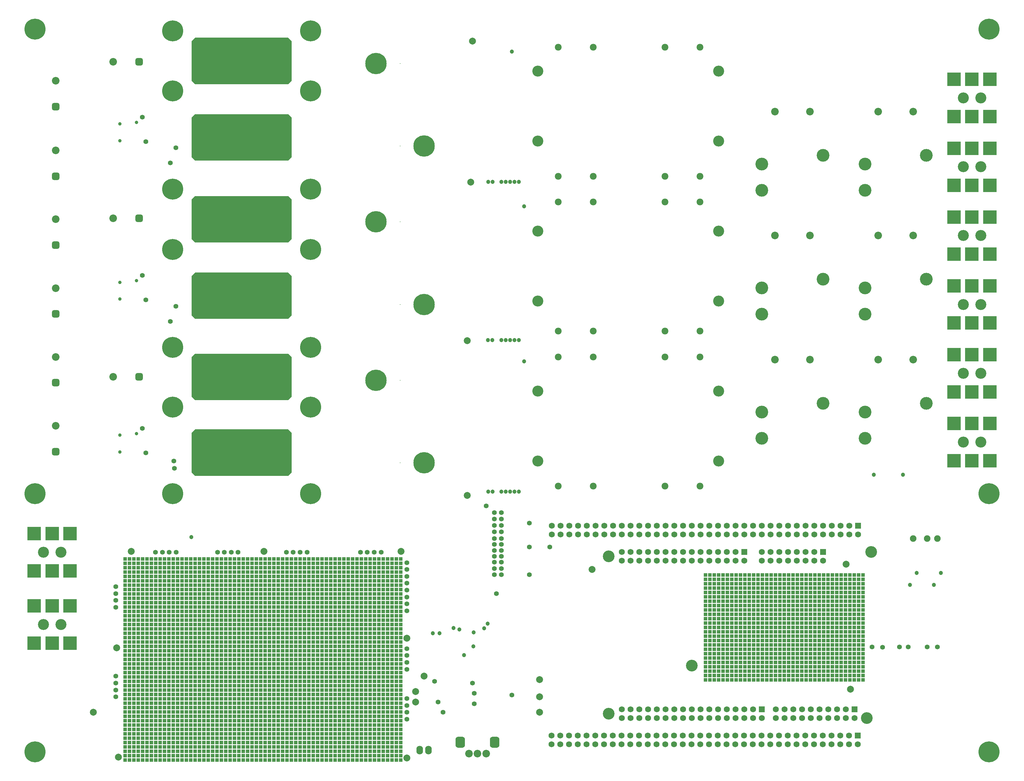
<source format=gbs>
G04*
G04 #@! TF.GenerationSoftware,Altium Limited,Altium Designer,20.0.13 (296)*
G04*
G04 Layer_Color=16711935*
%FSLAX44Y44*%
%MOMM*%
G71*
G01*
G75*
%ADD62R,1.1032X1.1032*%
%ADD63O,1.9304X2.4892*%
%ADD64C,2.0032*%
%ADD65C,1.7332*%
%ADD66C,3.4032*%
%ADD67R,1.7332X1.7332*%
G04:AMPARAMS|DCode=68|XSize=2.2032mm|YSize=2.2032mm|CornerRadius=0.6016mm|HoleSize=0mm|Usage=FLASHONLY|Rotation=180.000|XOffset=0mm|YOffset=0mm|HoleType=Round|Shape=RoundedRectangle|*
%AMROUNDEDRECTD68*
21,1,2.2032,1.0000,0,0,180.0*
21,1,1.0000,2.2032,0,0,180.0*
1,1,1.2032,-0.5000,0.5000*
1,1,1.2032,0.5000,0.5000*
1,1,1.2032,0.5000,-0.5000*
1,1,1.2032,-0.5000,-0.5000*
%
%ADD68ROUNDEDRECTD68*%
%ADD69C,2.2032*%
G04:AMPARAMS|DCode=70|XSize=2.2032mm|YSize=2.2032mm|CornerRadius=0.6016mm|HoleSize=0mm|Usage=FLASHONLY|Rotation=90.000|XOffset=0mm|YOffset=0mm|HoleType=Round|Shape=RoundedRectangle|*
%AMROUNDEDRECTD70*
21,1,2.2032,1.0000,0,0,90.0*
21,1,1.0000,2.2032,0,0,90.0*
1,1,1.2032,0.5000,0.5000*
1,1,1.2032,0.5000,-0.5000*
1,1,1.2032,-0.5000,-0.5000*
1,1,1.2032,-0.5000,0.5000*
%
%ADD70ROUNDEDRECTD70*%
%ADD71C,3.2032*%
%ADD72C,6.1032*%
%ADD73C,3.7032*%
G04:AMPARAMS|DCode=74|XSize=2.7032mm|YSize=3.2032mm|CornerRadius=0.7266mm|HoleSize=0mm|Usage=FLASHONLY|Rotation=0.000|XOffset=0mm|YOffset=0mm|HoleType=Round|Shape=RoundedRectangle|*
%AMROUNDEDRECTD74*
21,1,2.7032,1.7500,0,0,0.0*
21,1,1.2500,3.2032,0,0,0.0*
1,1,1.4532,0.6250,-0.8750*
1,1,1.4532,-0.6250,-0.8750*
1,1,1.4532,-0.6250,0.8750*
1,1,1.4532,0.6250,0.8750*
%
%ADD74ROUNDEDRECTD74*%
%ADD75R,4.0132X4.0132*%
%ADD76C,6.2032*%
%ADD77C,0.2032*%
%ADD78C,1.9812*%
%ADD79C,1.4032*%
%ADD80C,1.2032*%
%ADD81C,1.0032*%
%ADD82C,1.9032*%
G36*
X1705000Y1227000D02*
X1715000Y1217000D01*
X1715000Y1102000D01*
X1705000Y1092000D01*
X1435000D01*
X1425000Y1102000D01*
X1425000Y1217000D01*
X1435000Y1227000D01*
X1705000Y1227000D01*
D02*
G37*
G36*
X1705000Y1447000D02*
X1715000Y1437000D01*
X1715000Y1322000D01*
X1705000Y1312000D01*
X1435000D01*
X1425000Y1322000D01*
X1425000Y1437000D01*
X1435000Y1447000D01*
X1705000Y1447000D01*
D02*
G37*
G36*
X1705000Y1683000D02*
X1715000Y1673000D01*
X1715000Y1558000D01*
X1705000Y1548000D01*
X1435000D01*
X1425000Y1558000D01*
X1425000Y1673000D01*
X1435000Y1683000D01*
X1705000Y1683000D01*
D02*
G37*
G36*
Y1905000D02*
X1715000Y1895000D01*
X1715000Y1780000D01*
X1705000Y1770000D01*
X1435000D01*
X1425000Y1780000D01*
X1425000Y1895000D01*
X1435000Y1905000D01*
X1705000Y1905000D01*
D02*
G37*
G36*
Y2143000D02*
X1715000Y2133000D01*
X1715000Y2018000D01*
X1705000Y2008000D01*
X1435000D01*
X1425000Y2018000D01*
X1425000Y2133000D01*
X1435000Y2143000D01*
X1705000Y2143000D01*
D02*
G37*
G36*
Y2365000D02*
X1715000Y2355000D01*
X1715000Y2240000D01*
X1705000Y2230000D01*
X1435000D01*
X1425000Y2240000D01*
X1425000Y2355000D01*
X1435000Y2365000D01*
X1705000Y2365000D01*
D02*
G37*
D62*
X2917000Y702200D02*
D03*
X2929700D02*
D03*
X2955100D02*
D03*
X2942400D02*
D03*
X2993200D02*
D03*
X3005900D02*
D03*
X2980500D02*
D03*
X2967800D02*
D03*
X3069400D02*
D03*
X3082100D02*
D03*
X3107500D02*
D03*
X3094800D02*
D03*
X3044000D02*
D03*
X3056700D02*
D03*
X3031300D02*
D03*
X3018600D02*
D03*
X3171000D02*
D03*
X3183700D02*
D03*
X3209100D02*
D03*
X3196400D02*
D03*
X3145600D02*
D03*
X3158300D02*
D03*
X3132900D02*
D03*
X3120200D02*
D03*
X3272600D02*
D03*
X3285300D02*
D03*
X3310700D02*
D03*
X3298000D02*
D03*
X3247200D02*
D03*
X3259900D02*
D03*
X3234500D02*
D03*
X3221800D02*
D03*
X3374200D02*
D03*
X3348800D02*
D03*
X3361500D02*
D03*
X3336100D02*
D03*
X3323400D02*
D03*
Y714900D02*
D03*
X3336100D02*
D03*
X3361500D02*
D03*
X3348800D02*
D03*
X3374200D02*
D03*
X3221800D02*
D03*
X3234500D02*
D03*
X3259900D02*
D03*
X3247200D02*
D03*
X3298000D02*
D03*
X3310700D02*
D03*
X3285300D02*
D03*
X3272600D02*
D03*
X3120200D02*
D03*
X3132900D02*
D03*
X3158300D02*
D03*
X3145600D02*
D03*
X3196400D02*
D03*
X3209100D02*
D03*
X3183700D02*
D03*
X3171000D02*
D03*
X3018600D02*
D03*
X3031300D02*
D03*
X3056700D02*
D03*
X3044000D02*
D03*
X3094800D02*
D03*
X3107500D02*
D03*
X3082100D02*
D03*
X3069400D02*
D03*
X2967800D02*
D03*
X2980500D02*
D03*
X3005900D02*
D03*
X2993200D02*
D03*
X2942400D02*
D03*
X2955100D02*
D03*
X2929700D02*
D03*
X2917000D02*
D03*
Y740300D02*
D03*
X2929700D02*
D03*
X2955100D02*
D03*
X2942400D02*
D03*
X2993200D02*
D03*
X3005900D02*
D03*
X2980500D02*
D03*
X2967800D02*
D03*
X3069400D02*
D03*
X3082100D02*
D03*
X3107500D02*
D03*
X3094800D02*
D03*
X3044000D02*
D03*
X3056700D02*
D03*
X3031300D02*
D03*
X3018600D02*
D03*
X3171000D02*
D03*
X3183700D02*
D03*
X3209100D02*
D03*
X3196400D02*
D03*
X3145600D02*
D03*
X3158300D02*
D03*
X3132900D02*
D03*
X3120200D02*
D03*
X3272600D02*
D03*
X3285300D02*
D03*
X3310700D02*
D03*
X3298000D02*
D03*
X3247200D02*
D03*
X3259900D02*
D03*
X3234500D02*
D03*
X3221800D02*
D03*
X3374200D02*
D03*
X3348800D02*
D03*
X3361500D02*
D03*
X3336100D02*
D03*
X3323400D02*
D03*
Y727600D02*
D03*
X3336100D02*
D03*
X3361500D02*
D03*
X3348800D02*
D03*
X3374200D02*
D03*
X3221800D02*
D03*
X3234500D02*
D03*
X3259900D02*
D03*
X3247200D02*
D03*
X3298000D02*
D03*
X3310700D02*
D03*
X3285300D02*
D03*
X3272600D02*
D03*
X3120200D02*
D03*
X3132900D02*
D03*
X3158300D02*
D03*
X3145600D02*
D03*
X3196400D02*
D03*
X3209100D02*
D03*
X3183700D02*
D03*
X3171000D02*
D03*
X3018600D02*
D03*
X3031300D02*
D03*
X3056700D02*
D03*
X3044000D02*
D03*
X3094800D02*
D03*
X3107500D02*
D03*
X3082100D02*
D03*
X3069400D02*
D03*
X2967800D02*
D03*
X2980500D02*
D03*
X3005900D02*
D03*
X2993200D02*
D03*
X2942400D02*
D03*
X2955100D02*
D03*
X2929700D02*
D03*
X2917000D02*
D03*
Y778400D02*
D03*
X2929700D02*
D03*
X2955100D02*
D03*
X2942400D02*
D03*
X2993200D02*
D03*
X3005900D02*
D03*
X2980500D02*
D03*
X2967800D02*
D03*
X3069400D02*
D03*
X3082100D02*
D03*
X3107500D02*
D03*
X3094800D02*
D03*
X3044000D02*
D03*
X3056700D02*
D03*
X3031300D02*
D03*
X3018600D02*
D03*
X3171000D02*
D03*
X3183700D02*
D03*
X3209100D02*
D03*
X3196400D02*
D03*
X3145600D02*
D03*
X3158300D02*
D03*
X3132900D02*
D03*
X3120200D02*
D03*
X3272600D02*
D03*
X3285300D02*
D03*
X3310700D02*
D03*
X3298000D02*
D03*
X3247200D02*
D03*
X3259900D02*
D03*
X3234500D02*
D03*
X3221800D02*
D03*
X3374200D02*
D03*
X3348800D02*
D03*
X3361500D02*
D03*
X3336100D02*
D03*
X3323400D02*
D03*
Y791100D02*
D03*
X3336100D02*
D03*
X3361500D02*
D03*
X3348800D02*
D03*
X3374200D02*
D03*
X3221800D02*
D03*
X3234500D02*
D03*
X3259900D02*
D03*
X3247200D02*
D03*
X3298000D02*
D03*
X3310700D02*
D03*
X3285300D02*
D03*
X3272600D02*
D03*
X3120200D02*
D03*
X3132900D02*
D03*
X3158300D02*
D03*
X3145600D02*
D03*
X3196400D02*
D03*
X3209100D02*
D03*
X3183700D02*
D03*
X3171000D02*
D03*
X3018600D02*
D03*
X3031300D02*
D03*
X3056700D02*
D03*
X3044000D02*
D03*
X3094800D02*
D03*
X3107500D02*
D03*
X3082100D02*
D03*
X3069400D02*
D03*
X2967800D02*
D03*
X2980500D02*
D03*
X3005900D02*
D03*
X2993200D02*
D03*
X2942400D02*
D03*
X2955100D02*
D03*
X2929700D02*
D03*
X2917000D02*
D03*
Y765700D02*
D03*
X2929700D02*
D03*
X2955100D02*
D03*
X2942400D02*
D03*
X2993200D02*
D03*
X3005900D02*
D03*
X2980500D02*
D03*
X2967800D02*
D03*
X3069400D02*
D03*
X3082100D02*
D03*
X3107500D02*
D03*
X3094800D02*
D03*
X3044000D02*
D03*
X3056700D02*
D03*
X3031300D02*
D03*
X3018600D02*
D03*
X3171000D02*
D03*
X3183700D02*
D03*
X3209100D02*
D03*
X3196400D02*
D03*
X3145600D02*
D03*
X3158300D02*
D03*
X3132900D02*
D03*
X3120200D02*
D03*
X3272600D02*
D03*
X3285300D02*
D03*
X3310700D02*
D03*
X3298000D02*
D03*
X3247200D02*
D03*
X3259900D02*
D03*
X3234500D02*
D03*
X3221800D02*
D03*
X3374200D02*
D03*
X3348800D02*
D03*
X3361500D02*
D03*
X3336100D02*
D03*
X3323400D02*
D03*
Y753000D02*
D03*
X3336100D02*
D03*
X3361500D02*
D03*
X3348800D02*
D03*
X3374200D02*
D03*
X3221800D02*
D03*
X3234500D02*
D03*
X3259900D02*
D03*
X3247200D02*
D03*
X3298000D02*
D03*
X3310700D02*
D03*
X3285300D02*
D03*
X3272600D02*
D03*
X3120200D02*
D03*
X3132900D02*
D03*
X3158300D02*
D03*
X3145600D02*
D03*
X3196400D02*
D03*
X3209100D02*
D03*
X3183700D02*
D03*
X3171000D02*
D03*
X3018600D02*
D03*
X3031300D02*
D03*
X3056700D02*
D03*
X3044000D02*
D03*
X3094800D02*
D03*
X3107500D02*
D03*
X3082100D02*
D03*
X3069400D02*
D03*
X2967800D02*
D03*
X2980500D02*
D03*
X3005900D02*
D03*
X2993200D02*
D03*
X2942400D02*
D03*
X2955100D02*
D03*
X2929700D02*
D03*
X2917000D02*
D03*
X3323400Y803800D02*
D03*
X3336100D02*
D03*
X3361500D02*
D03*
X3348800D02*
D03*
X3374200D02*
D03*
X3221800D02*
D03*
X3234500D02*
D03*
X3259900D02*
D03*
X3247200D02*
D03*
X3298000D02*
D03*
X3310700D02*
D03*
X3285300D02*
D03*
X3272600D02*
D03*
X3120200D02*
D03*
X3132900D02*
D03*
X3158300D02*
D03*
X3145600D02*
D03*
X3196400D02*
D03*
X3209100D02*
D03*
X3183700D02*
D03*
X3171000D02*
D03*
X3018600D02*
D03*
X3031300D02*
D03*
X3056700D02*
D03*
X3044000D02*
D03*
X3094800D02*
D03*
X3107500D02*
D03*
X3082100D02*
D03*
X3069400D02*
D03*
X2967800D02*
D03*
X2980500D02*
D03*
X3005900D02*
D03*
X2993200D02*
D03*
X2942400D02*
D03*
X2955100D02*
D03*
X2929700D02*
D03*
X2917000D02*
D03*
Y600600D02*
D03*
X2929700D02*
D03*
X2955100D02*
D03*
X2942400D02*
D03*
X2993200D02*
D03*
X3005900D02*
D03*
X2980500D02*
D03*
X2967800D02*
D03*
X3069400D02*
D03*
X3082100D02*
D03*
X3107500D02*
D03*
X3094800D02*
D03*
X3044000D02*
D03*
X3056700D02*
D03*
X3031300D02*
D03*
X3018600D02*
D03*
X3171000D02*
D03*
X3183700D02*
D03*
X3209100D02*
D03*
X3196400D02*
D03*
X3145600D02*
D03*
X3158300D02*
D03*
X3132900D02*
D03*
X3120200D02*
D03*
X3272600D02*
D03*
X3285300D02*
D03*
X3310700D02*
D03*
X3298000D02*
D03*
X3247200D02*
D03*
X3259900D02*
D03*
X3234500D02*
D03*
X3221800D02*
D03*
X3374200D02*
D03*
X3348800D02*
D03*
X3361500D02*
D03*
X3336100D02*
D03*
X3323400D02*
D03*
Y613300D02*
D03*
X3336100D02*
D03*
X3361500D02*
D03*
X3348800D02*
D03*
X3374200D02*
D03*
X3221800D02*
D03*
X3234500D02*
D03*
X3259900D02*
D03*
X3247200D02*
D03*
X3298000D02*
D03*
X3310700D02*
D03*
X3285300D02*
D03*
X3272600D02*
D03*
X3120200D02*
D03*
X3132900D02*
D03*
X3158300D02*
D03*
X3145600D02*
D03*
X3196400D02*
D03*
X3209100D02*
D03*
X3183700D02*
D03*
X3171000D02*
D03*
X3018600D02*
D03*
X3031300D02*
D03*
X3056700D02*
D03*
X3044000D02*
D03*
X3094800D02*
D03*
X3107500D02*
D03*
X3082100D02*
D03*
X3069400D02*
D03*
X2967800D02*
D03*
X2980500D02*
D03*
X3005900D02*
D03*
X2993200D02*
D03*
X2942400D02*
D03*
X2955100D02*
D03*
X2929700D02*
D03*
X2917000D02*
D03*
Y638700D02*
D03*
X2929700D02*
D03*
X2955100D02*
D03*
X2942400D02*
D03*
X2993200D02*
D03*
X3005900D02*
D03*
X2980500D02*
D03*
X2967800D02*
D03*
X3069400D02*
D03*
X3082100D02*
D03*
X3107500D02*
D03*
X3094800D02*
D03*
X3044000D02*
D03*
X3056700D02*
D03*
X3031300D02*
D03*
X3018600D02*
D03*
X3171000D02*
D03*
X3183700D02*
D03*
X3209100D02*
D03*
X3196400D02*
D03*
X3145600D02*
D03*
X3158300D02*
D03*
X3132900D02*
D03*
X3120200D02*
D03*
X3272600D02*
D03*
X3285300D02*
D03*
X3310700D02*
D03*
X3298000D02*
D03*
X3247200D02*
D03*
X3259900D02*
D03*
X3234500D02*
D03*
X3221800D02*
D03*
X3374200D02*
D03*
X3348800D02*
D03*
X3361500D02*
D03*
X3336100D02*
D03*
X3323400D02*
D03*
Y626000D02*
D03*
X3336100D02*
D03*
X3361500D02*
D03*
X3348800D02*
D03*
X3374200D02*
D03*
X3221800D02*
D03*
X3234500D02*
D03*
X3259900D02*
D03*
X3247200D02*
D03*
X3298000D02*
D03*
X3310700D02*
D03*
X3285300D02*
D03*
X3272600D02*
D03*
X3120200D02*
D03*
X3132900D02*
D03*
X3158300D02*
D03*
X3145600D02*
D03*
X3196400D02*
D03*
X3209100D02*
D03*
X3183700D02*
D03*
X3171000D02*
D03*
X3018600D02*
D03*
X3031300D02*
D03*
X3056700D02*
D03*
X3044000D02*
D03*
X3094800D02*
D03*
X3107500D02*
D03*
X3082100D02*
D03*
X3069400D02*
D03*
X2967800D02*
D03*
X2980500D02*
D03*
X3005900D02*
D03*
X2993200D02*
D03*
X2942400D02*
D03*
X2955100D02*
D03*
X2929700D02*
D03*
X2917000D02*
D03*
Y676800D02*
D03*
X2929700D02*
D03*
X2955100D02*
D03*
X2942400D02*
D03*
X2993200D02*
D03*
X3005900D02*
D03*
X2980500D02*
D03*
X2967800D02*
D03*
X3069400D02*
D03*
X3082100D02*
D03*
X3107500D02*
D03*
X3094800D02*
D03*
X3044000D02*
D03*
X3056700D02*
D03*
X3031300D02*
D03*
X3018600D02*
D03*
X3171000D02*
D03*
X3183700D02*
D03*
X3209100D02*
D03*
X3196400D02*
D03*
X3145600D02*
D03*
X3158300D02*
D03*
X3132900D02*
D03*
X3120200D02*
D03*
X3272600D02*
D03*
X3285300D02*
D03*
X3310700D02*
D03*
X3298000D02*
D03*
X3247200D02*
D03*
X3259900D02*
D03*
X3234500D02*
D03*
X3221800D02*
D03*
X3374200D02*
D03*
X3348800D02*
D03*
X3361500D02*
D03*
X3336100D02*
D03*
X3323400D02*
D03*
Y689500D02*
D03*
X3336100D02*
D03*
X3361500D02*
D03*
X3348800D02*
D03*
X3374200D02*
D03*
X3221800D02*
D03*
X3234500D02*
D03*
X3259900D02*
D03*
X3247200D02*
D03*
X3298000D02*
D03*
X3310700D02*
D03*
X3285300D02*
D03*
X3272600D02*
D03*
X3120200D02*
D03*
X3132900D02*
D03*
X3158300D02*
D03*
X3145600D02*
D03*
X3196400D02*
D03*
X3209100D02*
D03*
X3183700D02*
D03*
X3171000D02*
D03*
X3018600D02*
D03*
X3031300D02*
D03*
X3056700D02*
D03*
X3044000D02*
D03*
X3094800D02*
D03*
X3107500D02*
D03*
X3082100D02*
D03*
X3069400D02*
D03*
X2967800D02*
D03*
X2980500D02*
D03*
X3005900D02*
D03*
X2993200D02*
D03*
X2942400D02*
D03*
X2955100D02*
D03*
X2929700D02*
D03*
X2917000D02*
D03*
Y664100D02*
D03*
X2929700D02*
D03*
X2955100D02*
D03*
X2942400D02*
D03*
X2993200D02*
D03*
X3005900D02*
D03*
X2980500D02*
D03*
X2967800D02*
D03*
X3069400D02*
D03*
X3082100D02*
D03*
X3107500D02*
D03*
X3094800D02*
D03*
X3044000D02*
D03*
X3056700D02*
D03*
X3031300D02*
D03*
X3018600D02*
D03*
X3171000D02*
D03*
X3183700D02*
D03*
X3209100D02*
D03*
X3196400D02*
D03*
X3145600D02*
D03*
X3158300D02*
D03*
X3132900D02*
D03*
X3120200D02*
D03*
X3272600D02*
D03*
X3285300D02*
D03*
X3310700D02*
D03*
X3298000D02*
D03*
X3247200D02*
D03*
X3259900D02*
D03*
X3234500D02*
D03*
X3221800D02*
D03*
X3374200D02*
D03*
X3348800D02*
D03*
X3361500D02*
D03*
X3336100D02*
D03*
X3323400D02*
D03*
Y651400D02*
D03*
X3336100D02*
D03*
X3361500D02*
D03*
X3348800D02*
D03*
X3374200D02*
D03*
X3221800D02*
D03*
X3234500D02*
D03*
X3259900D02*
D03*
X3247200D02*
D03*
X3298000D02*
D03*
X3310700D02*
D03*
X3285300D02*
D03*
X3272600D02*
D03*
X3120200D02*
D03*
X3132900D02*
D03*
X3158300D02*
D03*
X3145600D02*
D03*
X3196400D02*
D03*
X3209100D02*
D03*
X3183700D02*
D03*
X3171000D02*
D03*
X3018600D02*
D03*
X3031300D02*
D03*
X3056700D02*
D03*
X3044000D02*
D03*
X3094800D02*
D03*
X3107500D02*
D03*
X3082100D02*
D03*
X3069400D02*
D03*
X2967800D02*
D03*
X2980500D02*
D03*
X3005900D02*
D03*
X2993200D02*
D03*
X2942400D02*
D03*
X2955100D02*
D03*
X2929700D02*
D03*
X2917000D02*
D03*
Y549800D02*
D03*
X2929700D02*
D03*
X2955100D02*
D03*
X2942400D02*
D03*
X2993200D02*
D03*
X3005900D02*
D03*
X2980500D02*
D03*
X2967800D02*
D03*
X3069400D02*
D03*
X3082100D02*
D03*
X3107500D02*
D03*
X3094800D02*
D03*
X3044000D02*
D03*
X3056700D02*
D03*
X3031300D02*
D03*
X3018600D02*
D03*
X3171000D02*
D03*
X3183700D02*
D03*
X3209100D02*
D03*
X3196400D02*
D03*
X3145600D02*
D03*
X3158300D02*
D03*
X3132900D02*
D03*
X3120200D02*
D03*
X3272600D02*
D03*
X3285300D02*
D03*
X3310700D02*
D03*
X3298000D02*
D03*
X3247200D02*
D03*
X3259900D02*
D03*
X3234500D02*
D03*
X3221800D02*
D03*
X3374200D02*
D03*
X3348800D02*
D03*
X3361500D02*
D03*
X3336100D02*
D03*
X3323400D02*
D03*
Y562500D02*
D03*
X3336100D02*
D03*
X3361500D02*
D03*
X3348800D02*
D03*
X3374200D02*
D03*
X3221800D02*
D03*
X3234500D02*
D03*
X3259900D02*
D03*
X3247200D02*
D03*
X3298000D02*
D03*
X3310700D02*
D03*
X3285300D02*
D03*
X3272600D02*
D03*
X3120200D02*
D03*
X3132900D02*
D03*
X3158300D02*
D03*
X3145600D02*
D03*
X3196400D02*
D03*
X3209100D02*
D03*
X3183700D02*
D03*
X3171000D02*
D03*
X3018600D02*
D03*
X3031300D02*
D03*
X3056700D02*
D03*
X3044000D02*
D03*
X3094800D02*
D03*
X3107500D02*
D03*
X3082100D02*
D03*
X3069400D02*
D03*
X2967800D02*
D03*
X2980500D02*
D03*
X3005900D02*
D03*
X2993200D02*
D03*
X2942400D02*
D03*
X2955100D02*
D03*
X2929700D02*
D03*
X2917000D02*
D03*
Y587900D02*
D03*
X2929700D02*
D03*
X2955100D02*
D03*
X2942400D02*
D03*
X2993200D02*
D03*
X3005900D02*
D03*
X2980500D02*
D03*
X2967800D02*
D03*
X3069400D02*
D03*
X3082100D02*
D03*
X3107500D02*
D03*
X3094800D02*
D03*
X3044000D02*
D03*
X3056700D02*
D03*
X3031300D02*
D03*
X3018600D02*
D03*
X3171000D02*
D03*
X3183700D02*
D03*
X3209100D02*
D03*
X3196400D02*
D03*
X3145600D02*
D03*
X3158300D02*
D03*
X3132900D02*
D03*
X3120200D02*
D03*
X3272600D02*
D03*
X3285300D02*
D03*
X3310700D02*
D03*
X3298000D02*
D03*
X3247200D02*
D03*
X3259900D02*
D03*
X3234500D02*
D03*
X3221800D02*
D03*
X3374200D02*
D03*
X3348800D02*
D03*
X3361500D02*
D03*
X3336100D02*
D03*
X3323400D02*
D03*
Y575200D02*
D03*
X3336100D02*
D03*
X3361500D02*
D03*
X3348800D02*
D03*
X3374200D02*
D03*
X3221800D02*
D03*
X3234500D02*
D03*
X3259900D02*
D03*
X3247200D02*
D03*
X3298000D02*
D03*
X3310700D02*
D03*
X3285300D02*
D03*
X3272600D02*
D03*
X3120200D02*
D03*
X3132900D02*
D03*
X3158300D02*
D03*
X3145600D02*
D03*
X3196400D02*
D03*
X3209100D02*
D03*
X3183700D02*
D03*
X3171000D02*
D03*
X3018600D02*
D03*
X3031300D02*
D03*
X3056700D02*
D03*
X3044000D02*
D03*
X3094800D02*
D03*
X3107500D02*
D03*
X3082100D02*
D03*
X3069400D02*
D03*
X2967800D02*
D03*
X2980500D02*
D03*
X3005900D02*
D03*
X2993200D02*
D03*
X2942400D02*
D03*
X2955100D02*
D03*
X2929700D02*
D03*
X2917000D02*
D03*
Y524400D02*
D03*
X2929700D02*
D03*
X2955100D02*
D03*
X2942400D02*
D03*
X2993200D02*
D03*
X3005900D02*
D03*
X2980500D02*
D03*
X2967800D02*
D03*
X3069400D02*
D03*
X3082100D02*
D03*
X3107500D02*
D03*
X3094800D02*
D03*
X3044000D02*
D03*
X3056700D02*
D03*
X3031300D02*
D03*
X3018600D02*
D03*
X3171000D02*
D03*
X3183700D02*
D03*
X3209100D02*
D03*
X3196400D02*
D03*
X3145600D02*
D03*
X3158300D02*
D03*
X3132900D02*
D03*
X3120200D02*
D03*
X3272600D02*
D03*
X3285300D02*
D03*
X3310700D02*
D03*
X3298000D02*
D03*
X3247200D02*
D03*
X3259900D02*
D03*
X3234500D02*
D03*
X3221800D02*
D03*
X3374200D02*
D03*
X3348800D02*
D03*
X3361500D02*
D03*
X3336100D02*
D03*
X3323400D02*
D03*
Y537100D02*
D03*
X3336100D02*
D03*
X3361500D02*
D03*
X3348800D02*
D03*
X3374200D02*
D03*
X3221800D02*
D03*
X3234500D02*
D03*
X3259900D02*
D03*
X3247200D02*
D03*
X3298000D02*
D03*
X3310700D02*
D03*
X3285300D02*
D03*
X3272600D02*
D03*
X3120200D02*
D03*
X3132900D02*
D03*
X3158300D02*
D03*
X3145600D02*
D03*
X3196400D02*
D03*
X3209100D02*
D03*
X3183700D02*
D03*
X3171000D02*
D03*
X3018600D02*
D03*
X3031300D02*
D03*
X3056700D02*
D03*
X3044000D02*
D03*
X3094800D02*
D03*
X3107500D02*
D03*
X3082100D02*
D03*
X3069400D02*
D03*
X2967800D02*
D03*
X2980500D02*
D03*
X3005900D02*
D03*
X2993200D02*
D03*
X2942400D02*
D03*
X2955100D02*
D03*
X2929700D02*
D03*
X2917000D02*
D03*
Y511700D02*
D03*
X2929700D02*
D03*
X2955100D02*
D03*
X2942400D02*
D03*
X2993200D02*
D03*
X3005900D02*
D03*
X2980500D02*
D03*
X2967800D02*
D03*
X3069400D02*
D03*
X3082100D02*
D03*
X3107500D02*
D03*
X3094800D02*
D03*
X3044000D02*
D03*
X3056700D02*
D03*
X3031300D02*
D03*
X3018600D02*
D03*
X3171000D02*
D03*
X3183700D02*
D03*
X3209100D02*
D03*
X3196400D02*
D03*
X3145600D02*
D03*
X3158300D02*
D03*
X3132900D02*
D03*
X3120200D02*
D03*
X3272600D02*
D03*
X3285300D02*
D03*
X3310700D02*
D03*
X3298000D02*
D03*
X3247200D02*
D03*
X3259900D02*
D03*
X3234500D02*
D03*
X3221800D02*
D03*
X3374200D02*
D03*
X3348800D02*
D03*
X3361500D02*
D03*
X3336100D02*
D03*
X3323400D02*
D03*
Y499000D02*
D03*
X3336100D02*
D03*
X3361500D02*
D03*
X3348800D02*
D03*
X3374200D02*
D03*
X3221800D02*
D03*
X3234500D02*
D03*
X3259900D02*
D03*
X3247200D02*
D03*
X3298000D02*
D03*
X3310700D02*
D03*
X3285300D02*
D03*
X3272600D02*
D03*
X3120200D02*
D03*
X3132900D02*
D03*
X3158300D02*
D03*
X3145600D02*
D03*
X3196400D02*
D03*
X3209100D02*
D03*
X3183700D02*
D03*
X3171000D02*
D03*
X3018600D02*
D03*
X3031300D02*
D03*
X3056700D02*
D03*
X3044000D02*
D03*
X3094800D02*
D03*
X3107500D02*
D03*
X3082100D02*
D03*
X3069400D02*
D03*
X2967800D02*
D03*
X2980500D02*
D03*
X3005900D02*
D03*
X2993200D02*
D03*
X2942400D02*
D03*
X2955100D02*
D03*
X2929700D02*
D03*
X2917000D02*
D03*
X1231900Y266700D02*
D03*
X1244600D02*
D03*
X1270000D02*
D03*
X1257300D02*
D03*
X1308100D02*
D03*
X1320800D02*
D03*
X1295400D02*
D03*
X1282700D02*
D03*
X1384300D02*
D03*
X1397000D02*
D03*
X1422400D02*
D03*
X1409700D02*
D03*
X1358900D02*
D03*
X1371600D02*
D03*
X1346200D02*
D03*
X1333500D02*
D03*
X1485900D02*
D03*
X1498600D02*
D03*
X1524000D02*
D03*
X1511300D02*
D03*
X1460500D02*
D03*
X1473200D02*
D03*
X1447800D02*
D03*
X1435100D02*
D03*
X1587500D02*
D03*
X1600200D02*
D03*
X1625600D02*
D03*
X1612900D02*
D03*
X1562100D02*
D03*
X1574800D02*
D03*
X1549400D02*
D03*
X1536700D02*
D03*
X1943100D02*
D03*
X1955800D02*
D03*
X1981200D02*
D03*
X1968500D02*
D03*
X2019300D02*
D03*
X2032000D02*
D03*
X2006600D02*
D03*
X1993900D02*
D03*
X1841500D02*
D03*
X1854200D02*
D03*
X1879600D02*
D03*
X1866900D02*
D03*
X1917700D02*
D03*
X1930400D02*
D03*
X1905000D02*
D03*
X1892300D02*
D03*
X1739900D02*
D03*
X1752600D02*
D03*
X1778000D02*
D03*
X1765300D02*
D03*
X1816100D02*
D03*
X1828800D02*
D03*
X1803400D02*
D03*
X1790700D02*
D03*
X1689100D02*
D03*
X1701800D02*
D03*
X1727200D02*
D03*
X1714500D02*
D03*
X1663700D02*
D03*
X1676400D02*
D03*
X1651000D02*
D03*
X1638300D02*
D03*
Y279400D02*
D03*
X1651000D02*
D03*
X1676400D02*
D03*
X1663700D02*
D03*
X1714500D02*
D03*
X1727200D02*
D03*
X1701800D02*
D03*
X1689100D02*
D03*
X1790700D02*
D03*
X1803400D02*
D03*
X1828800D02*
D03*
X1816100D02*
D03*
X1765300D02*
D03*
X1778000D02*
D03*
X1752600D02*
D03*
X1739900D02*
D03*
X1892300D02*
D03*
X1905000D02*
D03*
X1930400D02*
D03*
X1917700D02*
D03*
X1866900D02*
D03*
X1879600D02*
D03*
X1854200D02*
D03*
X1841500D02*
D03*
X1993900D02*
D03*
X2006600D02*
D03*
X2032000D02*
D03*
X2019300D02*
D03*
X1968500D02*
D03*
X1981200D02*
D03*
X1955800D02*
D03*
X1943100D02*
D03*
X1536700D02*
D03*
X1549400D02*
D03*
X1574800D02*
D03*
X1562100D02*
D03*
X1612900D02*
D03*
X1625600D02*
D03*
X1600200D02*
D03*
X1587500D02*
D03*
X1435100D02*
D03*
X1447800D02*
D03*
X1473200D02*
D03*
X1460500D02*
D03*
X1511300D02*
D03*
X1524000D02*
D03*
X1498600D02*
D03*
X1485900D02*
D03*
X1333500D02*
D03*
X1346200D02*
D03*
X1371600D02*
D03*
X1358900D02*
D03*
X1409700D02*
D03*
X1422400D02*
D03*
X1397000D02*
D03*
X1384300D02*
D03*
X1282700D02*
D03*
X1295400D02*
D03*
X1320800D02*
D03*
X1308100D02*
D03*
X1257300D02*
D03*
X1270000D02*
D03*
X1244600D02*
D03*
X1231900D02*
D03*
Y304800D02*
D03*
X1244600D02*
D03*
X1270000D02*
D03*
X1257300D02*
D03*
X1308100D02*
D03*
X1320800D02*
D03*
X1295400D02*
D03*
X1282700D02*
D03*
X1384300D02*
D03*
X1397000D02*
D03*
X1422400D02*
D03*
X1409700D02*
D03*
X1358900D02*
D03*
X1371600D02*
D03*
X1346200D02*
D03*
X1333500D02*
D03*
X1485900D02*
D03*
X1498600D02*
D03*
X1524000D02*
D03*
X1511300D02*
D03*
X1460500D02*
D03*
X1473200D02*
D03*
X1447800D02*
D03*
X1435100D02*
D03*
X1587500D02*
D03*
X1600200D02*
D03*
X1625600D02*
D03*
X1612900D02*
D03*
X1562100D02*
D03*
X1574800D02*
D03*
X1549400D02*
D03*
X1536700D02*
D03*
X1943100D02*
D03*
X1955800D02*
D03*
X1981200D02*
D03*
X1968500D02*
D03*
X2019300D02*
D03*
X2032000D02*
D03*
X2006600D02*
D03*
X1993900D02*
D03*
X1841500D02*
D03*
X1854200D02*
D03*
X1879600D02*
D03*
X1866900D02*
D03*
X1917700D02*
D03*
X1930400D02*
D03*
X1905000D02*
D03*
X1892300D02*
D03*
X1739900D02*
D03*
X1752600D02*
D03*
X1778000D02*
D03*
X1765300D02*
D03*
X1816100D02*
D03*
X1828800D02*
D03*
X1803400D02*
D03*
X1790700D02*
D03*
X1689100D02*
D03*
X1701800D02*
D03*
X1727200D02*
D03*
X1714500D02*
D03*
X1663700D02*
D03*
X1676400D02*
D03*
X1651000D02*
D03*
X1638300D02*
D03*
Y292100D02*
D03*
X1651000D02*
D03*
X1676400D02*
D03*
X1663700D02*
D03*
X1714500D02*
D03*
X1727200D02*
D03*
X1701800D02*
D03*
X1689100D02*
D03*
X1790700D02*
D03*
X1803400D02*
D03*
X1828800D02*
D03*
X1816100D02*
D03*
X1765300D02*
D03*
X1778000D02*
D03*
X1752600D02*
D03*
X1739900D02*
D03*
X1892300D02*
D03*
X1905000D02*
D03*
X1930400D02*
D03*
X1917700D02*
D03*
X1866900D02*
D03*
X1879600D02*
D03*
X1854200D02*
D03*
X1841500D02*
D03*
X1993900D02*
D03*
X2006600D02*
D03*
X2032000D02*
D03*
X2019300D02*
D03*
X1968500D02*
D03*
X1981200D02*
D03*
X1955800D02*
D03*
X1943100D02*
D03*
X1536700D02*
D03*
X1549400D02*
D03*
X1574800D02*
D03*
X1562100D02*
D03*
X1612900D02*
D03*
X1625600D02*
D03*
X1600200D02*
D03*
X1587500D02*
D03*
X1435100D02*
D03*
X1447800D02*
D03*
X1473200D02*
D03*
X1460500D02*
D03*
X1511300D02*
D03*
X1524000D02*
D03*
X1498600D02*
D03*
X1485900D02*
D03*
X1333500D02*
D03*
X1346200D02*
D03*
X1371600D02*
D03*
X1358900D02*
D03*
X1409700D02*
D03*
X1422400D02*
D03*
X1397000D02*
D03*
X1384300D02*
D03*
X1282700D02*
D03*
X1295400D02*
D03*
X1320800D02*
D03*
X1308100D02*
D03*
X1257300D02*
D03*
X1270000D02*
D03*
X1244600D02*
D03*
X1231900D02*
D03*
Y342900D02*
D03*
X1244600D02*
D03*
X1270000D02*
D03*
X1257300D02*
D03*
X1308100D02*
D03*
X1320800D02*
D03*
X1295400D02*
D03*
X1282700D02*
D03*
X1384300D02*
D03*
X1397000D02*
D03*
X1422400D02*
D03*
X1409700D02*
D03*
X1358900D02*
D03*
X1371600D02*
D03*
X1346200D02*
D03*
X1333500D02*
D03*
X1485900D02*
D03*
X1498600D02*
D03*
X1524000D02*
D03*
X1511300D02*
D03*
X1460500D02*
D03*
X1473200D02*
D03*
X1447800D02*
D03*
X1435100D02*
D03*
X1587500D02*
D03*
X1600200D02*
D03*
X1625600D02*
D03*
X1612900D02*
D03*
X1562100D02*
D03*
X1574800D02*
D03*
X1549400D02*
D03*
X1536700D02*
D03*
X1943100D02*
D03*
X1955800D02*
D03*
X1981200D02*
D03*
X1968500D02*
D03*
X2019300D02*
D03*
X2032000D02*
D03*
X2006600D02*
D03*
X1993900D02*
D03*
X1841500D02*
D03*
X1854200D02*
D03*
X1879600D02*
D03*
X1866900D02*
D03*
X1917700D02*
D03*
X1930400D02*
D03*
X1905000D02*
D03*
X1892300D02*
D03*
X1739900D02*
D03*
X1752600D02*
D03*
X1778000D02*
D03*
X1765300D02*
D03*
X1816100D02*
D03*
X1828800D02*
D03*
X1803400D02*
D03*
X1790700D02*
D03*
X1689100D02*
D03*
X1701800D02*
D03*
X1727200D02*
D03*
X1714500D02*
D03*
X1663700D02*
D03*
X1676400D02*
D03*
X1651000D02*
D03*
X1638300D02*
D03*
Y355600D02*
D03*
X1651000D02*
D03*
X1676400D02*
D03*
X1663700D02*
D03*
X1714500D02*
D03*
X1727200D02*
D03*
X1701800D02*
D03*
X1689100D02*
D03*
X1790700D02*
D03*
X1803400D02*
D03*
X1828800D02*
D03*
X1816100D02*
D03*
X1765300D02*
D03*
X1778000D02*
D03*
X1752600D02*
D03*
X1739900D02*
D03*
X1892300D02*
D03*
X1905000D02*
D03*
X1930400D02*
D03*
X1917700D02*
D03*
X1866900D02*
D03*
X1879600D02*
D03*
X1854200D02*
D03*
X1841500D02*
D03*
X1993900D02*
D03*
X2006600D02*
D03*
X2032000D02*
D03*
X2019300D02*
D03*
X1968500D02*
D03*
X1981200D02*
D03*
X1955800D02*
D03*
X1943100D02*
D03*
X1536700D02*
D03*
X1549400D02*
D03*
X1574800D02*
D03*
X1562100D02*
D03*
X1612900D02*
D03*
X1625600D02*
D03*
X1600200D02*
D03*
X1587500D02*
D03*
X1435100D02*
D03*
X1447800D02*
D03*
X1473200D02*
D03*
X1460500D02*
D03*
X1511300D02*
D03*
X1524000D02*
D03*
X1498600D02*
D03*
X1485900D02*
D03*
X1333500D02*
D03*
X1346200D02*
D03*
X1371600D02*
D03*
X1358900D02*
D03*
X1409700D02*
D03*
X1422400D02*
D03*
X1397000D02*
D03*
X1384300D02*
D03*
X1282700D02*
D03*
X1295400D02*
D03*
X1320800D02*
D03*
X1308100D02*
D03*
X1257300D02*
D03*
X1270000D02*
D03*
X1244600D02*
D03*
X1231900D02*
D03*
Y330200D02*
D03*
X1244600D02*
D03*
X1270000D02*
D03*
X1257300D02*
D03*
X1308100D02*
D03*
X1320800D02*
D03*
X1295400D02*
D03*
X1282700D02*
D03*
X1384300D02*
D03*
X1397000D02*
D03*
X1422400D02*
D03*
X1409700D02*
D03*
X1358900D02*
D03*
X1371600D02*
D03*
X1346200D02*
D03*
X1333500D02*
D03*
X1485900D02*
D03*
X1498600D02*
D03*
X1524000D02*
D03*
X1511300D02*
D03*
X1460500D02*
D03*
X1473200D02*
D03*
X1447800D02*
D03*
X1435100D02*
D03*
X1587500D02*
D03*
X1600200D02*
D03*
X1625600D02*
D03*
X1612900D02*
D03*
X1562100D02*
D03*
X1574800D02*
D03*
X1549400D02*
D03*
X1536700D02*
D03*
X1943100D02*
D03*
X1955800D02*
D03*
X1981200D02*
D03*
X1968500D02*
D03*
X2019300D02*
D03*
X2032000D02*
D03*
X2006600D02*
D03*
X1993900D02*
D03*
X1841500D02*
D03*
X1854200D02*
D03*
X1879600D02*
D03*
X1866900D02*
D03*
X1917700D02*
D03*
X1930400D02*
D03*
X1905000D02*
D03*
X1892300D02*
D03*
X1739900D02*
D03*
X1752600D02*
D03*
X1778000D02*
D03*
X1765300D02*
D03*
X1816100D02*
D03*
X1828800D02*
D03*
X1803400D02*
D03*
X1790700D02*
D03*
X1689100D02*
D03*
X1701800D02*
D03*
X1727200D02*
D03*
X1714500D02*
D03*
X1663700D02*
D03*
X1676400D02*
D03*
X1651000D02*
D03*
X1638300D02*
D03*
Y317500D02*
D03*
X1651000D02*
D03*
X1676400D02*
D03*
X1663700D02*
D03*
X1714500D02*
D03*
X1727200D02*
D03*
X1701800D02*
D03*
X1689100D02*
D03*
X1790700D02*
D03*
X1803400D02*
D03*
X1828800D02*
D03*
X1816100D02*
D03*
X1765300D02*
D03*
X1778000D02*
D03*
X1752600D02*
D03*
X1739900D02*
D03*
X1892300D02*
D03*
X1905000D02*
D03*
X1930400D02*
D03*
X1917700D02*
D03*
X1866900D02*
D03*
X1879600D02*
D03*
X1854200D02*
D03*
X1841500D02*
D03*
X1993900D02*
D03*
X2006600D02*
D03*
X2032000D02*
D03*
X2019300D02*
D03*
X1968500D02*
D03*
X1981200D02*
D03*
X1955800D02*
D03*
X1943100D02*
D03*
X1536700D02*
D03*
X1549400D02*
D03*
X1574800D02*
D03*
X1562100D02*
D03*
X1612900D02*
D03*
X1625600D02*
D03*
X1600200D02*
D03*
X1587500D02*
D03*
X1435100D02*
D03*
X1447800D02*
D03*
X1473200D02*
D03*
X1460500D02*
D03*
X1511300D02*
D03*
X1524000D02*
D03*
X1498600D02*
D03*
X1485900D02*
D03*
X1333500D02*
D03*
X1346200D02*
D03*
X1371600D02*
D03*
X1358900D02*
D03*
X1409700D02*
D03*
X1422400D02*
D03*
X1397000D02*
D03*
X1384300D02*
D03*
X1282700D02*
D03*
X1295400D02*
D03*
X1320800D02*
D03*
X1308100D02*
D03*
X1257300D02*
D03*
X1270000D02*
D03*
X1244600D02*
D03*
X1231900D02*
D03*
Y419100D02*
D03*
X1244600D02*
D03*
X1270000D02*
D03*
X1257300D02*
D03*
X1308100D02*
D03*
X1320800D02*
D03*
X1295400D02*
D03*
X1282700D02*
D03*
X1384300D02*
D03*
X1397000D02*
D03*
X1422400D02*
D03*
X1409700D02*
D03*
X1358900D02*
D03*
X1371600D02*
D03*
X1346200D02*
D03*
X1333500D02*
D03*
X1485900D02*
D03*
X1498600D02*
D03*
X1524000D02*
D03*
X1511300D02*
D03*
X1460500D02*
D03*
X1473200D02*
D03*
X1447800D02*
D03*
X1435100D02*
D03*
X1587500D02*
D03*
X1600200D02*
D03*
X1625600D02*
D03*
X1612900D02*
D03*
X1562100D02*
D03*
X1574800D02*
D03*
X1549400D02*
D03*
X1536700D02*
D03*
X1943100D02*
D03*
X1955800D02*
D03*
X1981200D02*
D03*
X1968500D02*
D03*
X2019300D02*
D03*
X2032000D02*
D03*
X2006600D02*
D03*
X1993900D02*
D03*
X1841500D02*
D03*
X1854200D02*
D03*
X1879600D02*
D03*
X1866900D02*
D03*
X1917700D02*
D03*
X1930400D02*
D03*
X1905000D02*
D03*
X1892300D02*
D03*
X1739900D02*
D03*
X1752600D02*
D03*
X1778000D02*
D03*
X1765300D02*
D03*
X1816100D02*
D03*
X1828800D02*
D03*
X1803400D02*
D03*
X1790700D02*
D03*
X1689100D02*
D03*
X1701800D02*
D03*
X1727200D02*
D03*
X1714500D02*
D03*
X1663700D02*
D03*
X1676400D02*
D03*
X1651000D02*
D03*
X1638300D02*
D03*
Y431800D02*
D03*
X1651000D02*
D03*
X1676400D02*
D03*
X1663700D02*
D03*
X1714500D02*
D03*
X1727200D02*
D03*
X1701800D02*
D03*
X1689100D02*
D03*
X1790700D02*
D03*
X1803400D02*
D03*
X1828800D02*
D03*
X1816100D02*
D03*
X1765300D02*
D03*
X1778000D02*
D03*
X1752600D02*
D03*
X1739900D02*
D03*
X1892300D02*
D03*
X1905000D02*
D03*
X1930400D02*
D03*
X1917700D02*
D03*
X1866900D02*
D03*
X1879600D02*
D03*
X1854200D02*
D03*
X1841500D02*
D03*
X1993900D02*
D03*
X2006600D02*
D03*
X2032000D02*
D03*
X2019300D02*
D03*
X1968500D02*
D03*
X1981200D02*
D03*
X1955800D02*
D03*
X1943100D02*
D03*
X1536700D02*
D03*
X1549400D02*
D03*
X1574800D02*
D03*
X1562100D02*
D03*
X1612900D02*
D03*
X1625600D02*
D03*
X1600200D02*
D03*
X1587500D02*
D03*
X1435100D02*
D03*
X1447800D02*
D03*
X1473200D02*
D03*
X1460500D02*
D03*
X1511300D02*
D03*
X1524000D02*
D03*
X1498600D02*
D03*
X1485900D02*
D03*
X1333500D02*
D03*
X1346200D02*
D03*
X1371600D02*
D03*
X1358900D02*
D03*
X1409700D02*
D03*
X1422400D02*
D03*
X1397000D02*
D03*
X1384300D02*
D03*
X1282700D02*
D03*
X1295400D02*
D03*
X1320800D02*
D03*
X1308100D02*
D03*
X1257300D02*
D03*
X1270000D02*
D03*
X1244600D02*
D03*
X1231900D02*
D03*
Y457200D02*
D03*
X1244600D02*
D03*
X1270000D02*
D03*
X1257300D02*
D03*
X1308100D02*
D03*
X1320800D02*
D03*
X1295400D02*
D03*
X1282700D02*
D03*
X1384300D02*
D03*
X1397000D02*
D03*
X1422400D02*
D03*
X1409700D02*
D03*
X1358900D02*
D03*
X1371600D02*
D03*
X1346200D02*
D03*
X1333500D02*
D03*
X1485900D02*
D03*
X1498600D02*
D03*
X1524000D02*
D03*
X1511300D02*
D03*
X1460500D02*
D03*
X1473200D02*
D03*
X1447800D02*
D03*
X1435100D02*
D03*
X1587500D02*
D03*
X1600200D02*
D03*
X1625600D02*
D03*
X1612900D02*
D03*
X1562100D02*
D03*
X1574800D02*
D03*
X1549400D02*
D03*
X1536700D02*
D03*
X1943100D02*
D03*
X1955800D02*
D03*
X1981200D02*
D03*
X1968500D02*
D03*
X2019300D02*
D03*
X2032000D02*
D03*
X2006600D02*
D03*
X1993900D02*
D03*
X1841500D02*
D03*
X1854200D02*
D03*
X1879600D02*
D03*
X1866900D02*
D03*
X1917700D02*
D03*
X1930400D02*
D03*
X1905000D02*
D03*
X1892300D02*
D03*
X1739900D02*
D03*
X1752600D02*
D03*
X1778000D02*
D03*
X1765300D02*
D03*
X1816100D02*
D03*
X1828800D02*
D03*
X1803400D02*
D03*
X1790700D02*
D03*
X1689100D02*
D03*
X1701800D02*
D03*
X1727200D02*
D03*
X1714500D02*
D03*
X1663700D02*
D03*
X1676400D02*
D03*
X1651000D02*
D03*
X1638300D02*
D03*
Y444500D02*
D03*
X1651000D02*
D03*
X1676400D02*
D03*
X1663700D02*
D03*
X1714500D02*
D03*
X1727200D02*
D03*
X1701800D02*
D03*
X1689100D02*
D03*
X1790700D02*
D03*
X1803400D02*
D03*
X1828800D02*
D03*
X1816100D02*
D03*
X1765300D02*
D03*
X1778000D02*
D03*
X1752600D02*
D03*
X1739900D02*
D03*
X1892300D02*
D03*
X1905000D02*
D03*
X1930400D02*
D03*
X1917700D02*
D03*
X1866900D02*
D03*
X1879600D02*
D03*
X1854200D02*
D03*
X1841500D02*
D03*
X1993900D02*
D03*
X2006600D02*
D03*
X2032000D02*
D03*
X2019300D02*
D03*
X1968500D02*
D03*
X1981200D02*
D03*
X1955800D02*
D03*
X1943100D02*
D03*
X1536700D02*
D03*
X1549400D02*
D03*
X1574800D02*
D03*
X1562100D02*
D03*
X1612900D02*
D03*
X1625600D02*
D03*
X1600200D02*
D03*
X1587500D02*
D03*
X1435100D02*
D03*
X1447800D02*
D03*
X1473200D02*
D03*
X1460500D02*
D03*
X1511300D02*
D03*
X1524000D02*
D03*
X1498600D02*
D03*
X1485900D02*
D03*
X1333500D02*
D03*
X1346200D02*
D03*
X1371600D02*
D03*
X1358900D02*
D03*
X1409700D02*
D03*
X1422400D02*
D03*
X1397000D02*
D03*
X1384300D02*
D03*
X1282700D02*
D03*
X1295400D02*
D03*
X1320800D02*
D03*
X1308100D02*
D03*
X1257300D02*
D03*
X1270000D02*
D03*
X1244600D02*
D03*
X1231900D02*
D03*
Y393700D02*
D03*
X1244600D02*
D03*
X1270000D02*
D03*
X1257300D02*
D03*
X1308100D02*
D03*
X1320800D02*
D03*
X1295400D02*
D03*
X1282700D02*
D03*
X1384300D02*
D03*
X1397000D02*
D03*
X1422400D02*
D03*
X1409700D02*
D03*
X1358900D02*
D03*
X1371600D02*
D03*
X1346200D02*
D03*
X1333500D02*
D03*
X1485900D02*
D03*
X1498600D02*
D03*
X1524000D02*
D03*
X1511300D02*
D03*
X1460500D02*
D03*
X1473200D02*
D03*
X1447800D02*
D03*
X1435100D02*
D03*
X1587500D02*
D03*
X1600200D02*
D03*
X1625600D02*
D03*
X1612900D02*
D03*
X1562100D02*
D03*
X1574800D02*
D03*
X1549400D02*
D03*
X1536700D02*
D03*
X1943100D02*
D03*
X1955800D02*
D03*
X1981200D02*
D03*
X1968500D02*
D03*
X2019300D02*
D03*
X2032000D02*
D03*
X2006600D02*
D03*
X1993900D02*
D03*
X1841500D02*
D03*
X1854200D02*
D03*
X1879600D02*
D03*
X1866900D02*
D03*
X1917700D02*
D03*
X1930400D02*
D03*
X1905000D02*
D03*
X1892300D02*
D03*
X1739900D02*
D03*
X1752600D02*
D03*
X1778000D02*
D03*
X1765300D02*
D03*
X1816100D02*
D03*
X1828800D02*
D03*
X1803400D02*
D03*
X1790700D02*
D03*
X1689100D02*
D03*
X1701800D02*
D03*
X1727200D02*
D03*
X1714500D02*
D03*
X1663700D02*
D03*
X1676400D02*
D03*
X1651000D02*
D03*
X1638300D02*
D03*
Y406400D02*
D03*
X1651000D02*
D03*
X1676400D02*
D03*
X1663700D02*
D03*
X1714500D02*
D03*
X1727200D02*
D03*
X1701800D02*
D03*
X1689100D02*
D03*
X1790700D02*
D03*
X1803400D02*
D03*
X1828800D02*
D03*
X1816100D02*
D03*
X1765300D02*
D03*
X1778000D02*
D03*
X1752600D02*
D03*
X1739900D02*
D03*
X1892300D02*
D03*
X1905000D02*
D03*
X1930400D02*
D03*
X1917700D02*
D03*
X1866900D02*
D03*
X1879600D02*
D03*
X1854200D02*
D03*
X1841500D02*
D03*
X1993900D02*
D03*
X2006600D02*
D03*
X2032000D02*
D03*
X2019300D02*
D03*
X1968500D02*
D03*
X1981200D02*
D03*
X1955800D02*
D03*
X1943100D02*
D03*
X1536700D02*
D03*
X1549400D02*
D03*
X1574800D02*
D03*
X1562100D02*
D03*
X1612900D02*
D03*
X1625600D02*
D03*
X1600200D02*
D03*
X1587500D02*
D03*
X1435100D02*
D03*
X1447800D02*
D03*
X1473200D02*
D03*
X1460500D02*
D03*
X1511300D02*
D03*
X1524000D02*
D03*
X1498600D02*
D03*
X1485900D02*
D03*
X1333500D02*
D03*
X1346200D02*
D03*
X1371600D02*
D03*
X1358900D02*
D03*
X1409700D02*
D03*
X1422400D02*
D03*
X1397000D02*
D03*
X1384300D02*
D03*
X1282700D02*
D03*
X1295400D02*
D03*
X1320800D02*
D03*
X1308100D02*
D03*
X1257300D02*
D03*
X1270000D02*
D03*
X1244600D02*
D03*
X1231900D02*
D03*
Y381000D02*
D03*
X1244600D02*
D03*
X1270000D02*
D03*
X1257300D02*
D03*
X1308100D02*
D03*
X1320800D02*
D03*
X1295400D02*
D03*
X1282700D02*
D03*
X1384300D02*
D03*
X1397000D02*
D03*
X1422400D02*
D03*
X1409700D02*
D03*
X1358900D02*
D03*
X1371600D02*
D03*
X1346200D02*
D03*
X1333500D02*
D03*
X1485900D02*
D03*
X1498600D02*
D03*
X1524000D02*
D03*
X1511300D02*
D03*
X1460500D02*
D03*
X1473200D02*
D03*
X1447800D02*
D03*
X1435100D02*
D03*
X1587500D02*
D03*
X1600200D02*
D03*
X1625600D02*
D03*
X1612900D02*
D03*
X1562100D02*
D03*
X1574800D02*
D03*
X1549400D02*
D03*
X1536700D02*
D03*
X1943100D02*
D03*
X1955800D02*
D03*
X1981200D02*
D03*
X1968500D02*
D03*
X2019300D02*
D03*
X2032000D02*
D03*
X2006600D02*
D03*
X1993900D02*
D03*
X1841500D02*
D03*
X1854200D02*
D03*
X1879600D02*
D03*
X1866900D02*
D03*
X1917700D02*
D03*
X1930400D02*
D03*
X1905000D02*
D03*
X1892300D02*
D03*
X1739900D02*
D03*
X1752600D02*
D03*
X1778000D02*
D03*
X1765300D02*
D03*
X1816100D02*
D03*
X1828800D02*
D03*
X1803400D02*
D03*
X1790700D02*
D03*
X1689100D02*
D03*
X1701800D02*
D03*
X1727200D02*
D03*
X1714500D02*
D03*
X1663700D02*
D03*
X1676400D02*
D03*
X1651000D02*
D03*
X1638300D02*
D03*
Y368300D02*
D03*
X1651000D02*
D03*
X1676400D02*
D03*
X1663700D02*
D03*
X1714500D02*
D03*
X1727200D02*
D03*
X1701800D02*
D03*
X1689100D02*
D03*
X1790700D02*
D03*
X1803400D02*
D03*
X1828800D02*
D03*
X1816100D02*
D03*
X1765300D02*
D03*
X1778000D02*
D03*
X1752600D02*
D03*
X1739900D02*
D03*
X1892300D02*
D03*
X1905000D02*
D03*
X1930400D02*
D03*
X1917700D02*
D03*
X1866900D02*
D03*
X1879600D02*
D03*
X1854200D02*
D03*
X1841500D02*
D03*
X1993900D02*
D03*
X2006600D02*
D03*
X2032000D02*
D03*
X2019300D02*
D03*
X1968500D02*
D03*
X1981200D02*
D03*
X1955800D02*
D03*
X1943100D02*
D03*
X1536700D02*
D03*
X1549400D02*
D03*
X1574800D02*
D03*
X1562100D02*
D03*
X1612900D02*
D03*
X1625600D02*
D03*
X1600200D02*
D03*
X1587500D02*
D03*
X1435100D02*
D03*
X1447800D02*
D03*
X1473200D02*
D03*
X1460500D02*
D03*
X1511300D02*
D03*
X1524000D02*
D03*
X1498600D02*
D03*
X1485900D02*
D03*
X1333500D02*
D03*
X1346200D02*
D03*
X1371600D02*
D03*
X1358900D02*
D03*
X1409700D02*
D03*
X1422400D02*
D03*
X1397000D02*
D03*
X1384300D02*
D03*
X1282700D02*
D03*
X1295400D02*
D03*
X1320800D02*
D03*
X1308100D02*
D03*
X1257300D02*
D03*
X1270000D02*
D03*
X1244600D02*
D03*
X1231900D02*
D03*
Y571500D02*
D03*
X1244600D02*
D03*
X1270000D02*
D03*
X1257300D02*
D03*
X1308100D02*
D03*
X1320800D02*
D03*
X1295400D02*
D03*
X1282700D02*
D03*
X1384300D02*
D03*
X1397000D02*
D03*
X1422400D02*
D03*
X1409700D02*
D03*
X1358900D02*
D03*
X1371600D02*
D03*
X1346200D02*
D03*
X1333500D02*
D03*
X1485900D02*
D03*
X1498600D02*
D03*
X1524000D02*
D03*
X1511300D02*
D03*
X1460500D02*
D03*
X1473200D02*
D03*
X1447800D02*
D03*
X1435100D02*
D03*
X1587500D02*
D03*
X1600200D02*
D03*
X1625600D02*
D03*
X1612900D02*
D03*
X1562100D02*
D03*
X1574800D02*
D03*
X1549400D02*
D03*
X1536700D02*
D03*
X1943100D02*
D03*
X1955800D02*
D03*
X1981200D02*
D03*
X1968500D02*
D03*
X2019300D02*
D03*
X2032000D02*
D03*
X2006600D02*
D03*
X1993900D02*
D03*
X1841500D02*
D03*
X1854200D02*
D03*
X1879600D02*
D03*
X1866900D02*
D03*
X1917700D02*
D03*
X1930400D02*
D03*
X1905000D02*
D03*
X1892300D02*
D03*
X1739900D02*
D03*
X1752600D02*
D03*
X1778000D02*
D03*
X1765300D02*
D03*
X1816100D02*
D03*
X1828800D02*
D03*
X1803400D02*
D03*
X1790700D02*
D03*
X1689100D02*
D03*
X1701800D02*
D03*
X1727200D02*
D03*
X1714500D02*
D03*
X1663700D02*
D03*
X1676400D02*
D03*
X1651000D02*
D03*
X1638300D02*
D03*
Y584200D02*
D03*
X1651000D02*
D03*
X1676400D02*
D03*
X1663700D02*
D03*
X1714500D02*
D03*
X1727200D02*
D03*
X1701800D02*
D03*
X1689100D02*
D03*
X1790700D02*
D03*
X1803400D02*
D03*
X1828800D02*
D03*
X1816100D02*
D03*
X1765300D02*
D03*
X1778000D02*
D03*
X1752600D02*
D03*
X1739900D02*
D03*
X1892300D02*
D03*
X1905000D02*
D03*
X1930400D02*
D03*
X1917700D02*
D03*
X1866900D02*
D03*
X1879600D02*
D03*
X1854200D02*
D03*
X1841500D02*
D03*
X1993900D02*
D03*
X2006600D02*
D03*
X2032000D02*
D03*
X2019300D02*
D03*
X1968500D02*
D03*
X1981200D02*
D03*
X1955800D02*
D03*
X1943100D02*
D03*
X1536700D02*
D03*
X1549400D02*
D03*
X1574800D02*
D03*
X1562100D02*
D03*
X1612900D02*
D03*
X1625600D02*
D03*
X1600200D02*
D03*
X1587500D02*
D03*
X1435100D02*
D03*
X1447800D02*
D03*
X1473200D02*
D03*
X1460500D02*
D03*
X1511300D02*
D03*
X1524000D02*
D03*
X1498600D02*
D03*
X1485900D02*
D03*
X1333500D02*
D03*
X1346200D02*
D03*
X1371600D02*
D03*
X1358900D02*
D03*
X1409700D02*
D03*
X1422400D02*
D03*
X1397000D02*
D03*
X1384300D02*
D03*
X1282700D02*
D03*
X1295400D02*
D03*
X1320800D02*
D03*
X1308100D02*
D03*
X1257300D02*
D03*
X1270000D02*
D03*
X1244600D02*
D03*
X1231900D02*
D03*
Y609600D02*
D03*
X1244600D02*
D03*
X1270000D02*
D03*
X1257300D02*
D03*
X1308100D02*
D03*
X1320800D02*
D03*
X1295400D02*
D03*
X1282700D02*
D03*
X1384300D02*
D03*
X1397000D02*
D03*
X1422400D02*
D03*
X1409700D02*
D03*
X1358900D02*
D03*
X1371600D02*
D03*
X1346200D02*
D03*
X1333500D02*
D03*
X1485900D02*
D03*
X1498600D02*
D03*
X1524000D02*
D03*
X1511300D02*
D03*
X1460500D02*
D03*
X1473200D02*
D03*
X1447800D02*
D03*
X1435100D02*
D03*
X1587500D02*
D03*
X1600200D02*
D03*
X1625600D02*
D03*
X1612900D02*
D03*
X1562100D02*
D03*
X1574800D02*
D03*
X1549400D02*
D03*
X1536700D02*
D03*
X1943100D02*
D03*
X1955800D02*
D03*
X1981200D02*
D03*
X1968500D02*
D03*
X2019300D02*
D03*
X2032000D02*
D03*
X2006600D02*
D03*
X1993900D02*
D03*
X1841500D02*
D03*
X1854200D02*
D03*
X1879600D02*
D03*
X1866900D02*
D03*
X1917700D02*
D03*
X1930400D02*
D03*
X1905000D02*
D03*
X1892300D02*
D03*
X1739900D02*
D03*
X1752600D02*
D03*
X1778000D02*
D03*
X1765300D02*
D03*
X1816100D02*
D03*
X1828800D02*
D03*
X1803400D02*
D03*
X1790700D02*
D03*
X1689100D02*
D03*
X1701800D02*
D03*
X1727200D02*
D03*
X1714500D02*
D03*
X1663700D02*
D03*
X1676400D02*
D03*
X1651000D02*
D03*
X1638300D02*
D03*
Y596900D02*
D03*
X1651000D02*
D03*
X1676400D02*
D03*
X1663700D02*
D03*
X1714500D02*
D03*
X1727200D02*
D03*
X1701800D02*
D03*
X1689100D02*
D03*
X1790700D02*
D03*
X1803400D02*
D03*
X1828800D02*
D03*
X1816100D02*
D03*
X1765300D02*
D03*
X1778000D02*
D03*
X1752600D02*
D03*
X1739900D02*
D03*
X1892300D02*
D03*
X1905000D02*
D03*
X1930400D02*
D03*
X1917700D02*
D03*
X1866900D02*
D03*
X1879600D02*
D03*
X1854200D02*
D03*
X1841500D02*
D03*
X1993900D02*
D03*
X2006600D02*
D03*
X2032000D02*
D03*
X2019300D02*
D03*
X1968500D02*
D03*
X1981200D02*
D03*
X1955800D02*
D03*
X1943100D02*
D03*
X1536700D02*
D03*
X1549400D02*
D03*
X1574800D02*
D03*
X1562100D02*
D03*
X1612900D02*
D03*
X1625600D02*
D03*
X1600200D02*
D03*
X1587500D02*
D03*
X1435100D02*
D03*
X1447800D02*
D03*
X1473200D02*
D03*
X1460500D02*
D03*
X1511300D02*
D03*
X1524000D02*
D03*
X1498600D02*
D03*
X1485900D02*
D03*
X1333500D02*
D03*
X1346200D02*
D03*
X1371600D02*
D03*
X1358900D02*
D03*
X1409700D02*
D03*
X1422400D02*
D03*
X1397000D02*
D03*
X1384300D02*
D03*
X1282700D02*
D03*
X1295400D02*
D03*
X1320800D02*
D03*
X1308100D02*
D03*
X1257300D02*
D03*
X1270000D02*
D03*
X1244600D02*
D03*
X1231900D02*
D03*
Y647700D02*
D03*
X1244600D02*
D03*
X1270000D02*
D03*
X1257300D02*
D03*
X1308100D02*
D03*
X1320800D02*
D03*
X1295400D02*
D03*
X1282700D02*
D03*
X1384300D02*
D03*
X1397000D02*
D03*
X1422400D02*
D03*
X1409700D02*
D03*
X1358900D02*
D03*
X1371600D02*
D03*
X1346200D02*
D03*
X1333500D02*
D03*
X1485900D02*
D03*
X1498600D02*
D03*
X1524000D02*
D03*
X1511300D02*
D03*
X1460500D02*
D03*
X1473200D02*
D03*
X1447800D02*
D03*
X1435100D02*
D03*
X1587500D02*
D03*
X1600200D02*
D03*
X1625600D02*
D03*
X1612900D02*
D03*
X1562100D02*
D03*
X1574800D02*
D03*
X1549400D02*
D03*
X1536700D02*
D03*
X1943100D02*
D03*
X1955800D02*
D03*
X1981200D02*
D03*
X1968500D02*
D03*
X2019300D02*
D03*
X2032000D02*
D03*
X2006600D02*
D03*
X1993900D02*
D03*
X1841500D02*
D03*
X1854200D02*
D03*
X1879600D02*
D03*
X1866900D02*
D03*
X1917700D02*
D03*
X1930400D02*
D03*
X1905000D02*
D03*
X1892300D02*
D03*
X1739900D02*
D03*
X1752600D02*
D03*
X1778000D02*
D03*
X1765300D02*
D03*
X1816100D02*
D03*
X1828800D02*
D03*
X1803400D02*
D03*
X1790700D02*
D03*
X1689100D02*
D03*
X1701800D02*
D03*
X1727200D02*
D03*
X1714500D02*
D03*
X1663700D02*
D03*
X1676400D02*
D03*
X1651000D02*
D03*
X1638300D02*
D03*
Y660400D02*
D03*
X1651000D02*
D03*
X1676400D02*
D03*
X1663700D02*
D03*
X1714500D02*
D03*
X1727200D02*
D03*
X1701800D02*
D03*
X1689100D02*
D03*
X1790700D02*
D03*
X1803400D02*
D03*
X1828800D02*
D03*
X1816100D02*
D03*
X1765300D02*
D03*
X1778000D02*
D03*
X1752600D02*
D03*
X1739900D02*
D03*
X1892300D02*
D03*
X1905000D02*
D03*
X1930400D02*
D03*
X1917700D02*
D03*
X1866900D02*
D03*
X1879600D02*
D03*
X1854200D02*
D03*
X1841500D02*
D03*
X1993900D02*
D03*
X2006600D02*
D03*
X2032000D02*
D03*
X2019300D02*
D03*
X1968500D02*
D03*
X1981200D02*
D03*
X1955800D02*
D03*
X1943100D02*
D03*
X1536700D02*
D03*
X1549400D02*
D03*
X1574800D02*
D03*
X1562100D02*
D03*
X1612900D02*
D03*
X1625600D02*
D03*
X1600200D02*
D03*
X1587500D02*
D03*
X1435100D02*
D03*
X1447800D02*
D03*
X1473200D02*
D03*
X1460500D02*
D03*
X1511300D02*
D03*
X1524000D02*
D03*
X1498600D02*
D03*
X1485900D02*
D03*
X1333500D02*
D03*
X1346200D02*
D03*
X1371600D02*
D03*
X1358900D02*
D03*
X1409700D02*
D03*
X1422400D02*
D03*
X1397000D02*
D03*
X1384300D02*
D03*
X1282700D02*
D03*
X1295400D02*
D03*
X1320800D02*
D03*
X1308100D02*
D03*
X1257300D02*
D03*
X1270000D02*
D03*
X1244600D02*
D03*
X1231900D02*
D03*
Y635000D02*
D03*
X1244600D02*
D03*
X1270000D02*
D03*
X1257300D02*
D03*
X1308100D02*
D03*
X1320800D02*
D03*
X1295400D02*
D03*
X1282700D02*
D03*
X1384300D02*
D03*
X1397000D02*
D03*
X1422400D02*
D03*
X1409700D02*
D03*
X1358900D02*
D03*
X1371600D02*
D03*
X1346200D02*
D03*
X1333500D02*
D03*
X1485900D02*
D03*
X1498600D02*
D03*
X1524000D02*
D03*
X1511300D02*
D03*
X1460500D02*
D03*
X1473200D02*
D03*
X1447800D02*
D03*
X1435100D02*
D03*
X1587500D02*
D03*
X1600200D02*
D03*
X1625600D02*
D03*
X1612900D02*
D03*
X1562100D02*
D03*
X1574800D02*
D03*
X1549400D02*
D03*
X1536700D02*
D03*
X1943100D02*
D03*
X1955800D02*
D03*
X1981200D02*
D03*
X1968500D02*
D03*
X2019300D02*
D03*
X2032000D02*
D03*
X2006600D02*
D03*
X1993900D02*
D03*
X1841500D02*
D03*
X1854200D02*
D03*
X1879600D02*
D03*
X1866900D02*
D03*
X1917700D02*
D03*
X1930400D02*
D03*
X1905000D02*
D03*
X1892300D02*
D03*
X1739900D02*
D03*
X1752600D02*
D03*
X1778000D02*
D03*
X1765300D02*
D03*
X1816100D02*
D03*
X1828800D02*
D03*
X1803400D02*
D03*
X1790700D02*
D03*
X1689100D02*
D03*
X1701800D02*
D03*
X1727200D02*
D03*
X1714500D02*
D03*
X1663700D02*
D03*
X1676400D02*
D03*
X1651000D02*
D03*
X1638300D02*
D03*
Y622300D02*
D03*
X1651000D02*
D03*
X1676400D02*
D03*
X1663700D02*
D03*
X1714500D02*
D03*
X1727200D02*
D03*
X1701800D02*
D03*
X1689100D02*
D03*
X1790700D02*
D03*
X1803400D02*
D03*
X1828800D02*
D03*
X1816100D02*
D03*
X1765300D02*
D03*
X1778000D02*
D03*
X1752600D02*
D03*
X1739900D02*
D03*
X1892300D02*
D03*
X1905000D02*
D03*
X1930400D02*
D03*
X1917700D02*
D03*
X1866900D02*
D03*
X1879600D02*
D03*
X1854200D02*
D03*
X1841500D02*
D03*
X1993900D02*
D03*
X2006600D02*
D03*
X2032000D02*
D03*
X2019300D02*
D03*
X1968500D02*
D03*
X1981200D02*
D03*
X1955800D02*
D03*
X1943100D02*
D03*
X1536700D02*
D03*
X1549400D02*
D03*
X1574800D02*
D03*
X1562100D02*
D03*
X1612900D02*
D03*
X1625600D02*
D03*
X1600200D02*
D03*
X1587500D02*
D03*
X1435100D02*
D03*
X1447800D02*
D03*
X1473200D02*
D03*
X1460500D02*
D03*
X1511300D02*
D03*
X1524000D02*
D03*
X1498600D02*
D03*
X1485900D02*
D03*
X1333500D02*
D03*
X1346200D02*
D03*
X1371600D02*
D03*
X1358900D02*
D03*
X1409700D02*
D03*
X1422400D02*
D03*
X1397000D02*
D03*
X1384300D02*
D03*
X1282700D02*
D03*
X1295400D02*
D03*
X1320800D02*
D03*
X1308100D02*
D03*
X1257300D02*
D03*
X1270000D02*
D03*
X1244600D02*
D03*
X1231900D02*
D03*
Y520700D02*
D03*
X1244600D02*
D03*
X1270000D02*
D03*
X1257300D02*
D03*
X1308100D02*
D03*
X1320800D02*
D03*
X1295400D02*
D03*
X1282700D02*
D03*
X1384300D02*
D03*
X1397000D02*
D03*
X1422400D02*
D03*
X1409700D02*
D03*
X1358900D02*
D03*
X1371600D02*
D03*
X1346200D02*
D03*
X1333500D02*
D03*
X1485900D02*
D03*
X1498600D02*
D03*
X1524000D02*
D03*
X1511300D02*
D03*
X1460500D02*
D03*
X1473200D02*
D03*
X1447800D02*
D03*
X1435100D02*
D03*
X1587500D02*
D03*
X1600200D02*
D03*
X1625600D02*
D03*
X1612900D02*
D03*
X1562100D02*
D03*
X1574800D02*
D03*
X1549400D02*
D03*
X1536700D02*
D03*
X1943100D02*
D03*
X1955800D02*
D03*
X1981200D02*
D03*
X1968500D02*
D03*
X2019300D02*
D03*
X2032000D02*
D03*
X2006600D02*
D03*
X1993900D02*
D03*
X1841500D02*
D03*
X1854200D02*
D03*
X1879600D02*
D03*
X1866900D02*
D03*
X1917700D02*
D03*
X1930400D02*
D03*
X1905000D02*
D03*
X1892300D02*
D03*
X1739900D02*
D03*
X1752600D02*
D03*
X1778000D02*
D03*
X1765300D02*
D03*
X1816100D02*
D03*
X1828800D02*
D03*
X1803400D02*
D03*
X1790700D02*
D03*
X1689100D02*
D03*
X1701800D02*
D03*
X1727200D02*
D03*
X1714500D02*
D03*
X1663700D02*
D03*
X1676400D02*
D03*
X1651000D02*
D03*
X1638300D02*
D03*
Y533400D02*
D03*
X1651000D02*
D03*
X1676400D02*
D03*
X1663700D02*
D03*
X1714500D02*
D03*
X1727200D02*
D03*
X1701800D02*
D03*
X1689100D02*
D03*
X1790700D02*
D03*
X1803400D02*
D03*
X1828800D02*
D03*
X1816100D02*
D03*
X1765300D02*
D03*
X1778000D02*
D03*
X1752600D02*
D03*
X1739900D02*
D03*
X1892300D02*
D03*
X1905000D02*
D03*
X1930400D02*
D03*
X1917700D02*
D03*
X1866900D02*
D03*
X1879600D02*
D03*
X1854200D02*
D03*
X1841500D02*
D03*
X1993900D02*
D03*
X2006600D02*
D03*
X2032000D02*
D03*
X2019300D02*
D03*
X1968500D02*
D03*
X1981200D02*
D03*
X1955800D02*
D03*
X1943100D02*
D03*
X1536700D02*
D03*
X1549400D02*
D03*
X1574800D02*
D03*
X1562100D02*
D03*
X1612900D02*
D03*
X1625600D02*
D03*
X1600200D02*
D03*
X1587500D02*
D03*
X1435100D02*
D03*
X1447800D02*
D03*
X1473200D02*
D03*
X1460500D02*
D03*
X1511300D02*
D03*
X1524000D02*
D03*
X1498600D02*
D03*
X1485900D02*
D03*
X1333500D02*
D03*
X1346200D02*
D03*
X1371600D02*
D03*
X1358900D02*
D03*
X1409700D02*
D03*
X1422400D02*
D03*
X1397000D02*
D03*
X1384300D02*
D03*
X1282700D02*
D03*
X1295400D02*
D03*
X1320800D02*
D03*
X1308100D02*
D03*
X1257300D02*
D03*
X1270000D02*
D03*
X1244600D02*
D03*
X1231900D02*
D03*
Y558800D02*
D03*
X1244600D02*
D03*
X1270000D02*
D03*
X1257300D02*
D03*
X1308100D02*
D03*
X1320800D02*
D03*
X1295400D02*
D03*
X1282700D02*
D03*
X1384300D02*
D03*
X1397000D02*
D03*
X1422400D02*
D03*
X1409700D02*
D03*
X1358900D02*
D03*
X1371600D02*
D03*
X1346200D02*
D03*
X1333500D02*
D03*
X1485900D02*
D03*
X1498600D02*
D03*
X1524000D02*
D03*
X1511300D02*
D03*
X1460500D02*
D03*
X1473200D02*
D03*
X1447800D02*
D03*
X1435100D02*
D03*
X1587500D02*
D03*
X1600200D02*
D03*
X1625600D02*
D03*
X1612900D02*
D03*
X1562100D02*
D03*
X1574800D02*
D03*
X1549400D02*
D03*
X1536700D02*
D03*
X1943100D02*
D03*
X1955800D02*
D03*
X1981200D02*
D03*
X1968500D02*
D03*
X2019300D02*
D03*
X2032000D02*
D03*
X2006600D02*
D03*
X1993900D02*
D03*
X1841500D02*
D03*
X1854200D02*
D03*
X1879600D02*
D03*
X1866900D02*
D03*
X1917700D02*
D03*
X1930400D02*
D03*
X1905000D02*
D03*
X1892300D02*
D03*
X1739900D02*
D03*
X1752600D02*
D03*
X1778000D02*
D03*
X1765300D02*
D03*
X1816100D02*
D03*
X1828800D02*
D03*
X1803400D02*
D03*
X1790700D02*
D03*
X1689100D02*
D03*
X1701800D02*
D03*
X1727200D02*
D03*
X1714500D02*
D03*
X1663700D02*
D03*
X1676400D02*
D03*
X1651000D02*
D03*
X1638300D02*
D03*
Y546100D02*
D03*
X1651000D02*
D03*
X1676400D02*
D03*
X1663700D02*
D03*
X1714500D02*
D03*
X1727200D02*
D03*
X1701800D02*
D03*
X1689100D02*
D03*
X1790700D02*
D03*
X1803400D02*
D03*
X1828800D02*
D03*
X1816100D02*
D03*
X1765300D02*
D03*
X1778000D02*
D03*
X1752600D02*
D03*
X1739900D02*
D03*
X1892300D02*
D03*
X1905000D02*
D03*
X1930400D02*
D03*
X1917700D02*
D03*
X1866900D02*
D03*
X1879600D02*
D03*
X1854200D02*
D03*
X1841500D02*
D03*
X1993900D02*
D03*
X2006600D02*
D03*
X2032000D02*
D03*
X2019300D02*
D03*
X1968500D02*
D03*
X1981200D02*
D03*
X1955800D02*
D03*
X1943100D02*
D03*
X1536700D02*
D03*
X1549400D02*
D03*
X1574800D02*
D03*
X1562100D02*
D03*
X1612900D02*
D03*
X1625600D02*
D03*
X1600200D02*
D03*
X1587500D02*
D03*
X1435100D02*
D03*
X1447800D02*
D03*
X1473200D02*
D03*
X1460500D02*
D03*
X1511300D02*
D03*
X1524000D02*
D03*
X1498600D02*
D03*
X1485900D02*
D03*
X1333500D02*
D03*
X1346200D02*
D03*
X1371600D02*
D03*
X1358900D02*
D03*
X1409700D02*
D03*
X1422400D02*
D03*
X1397000D02*
D03*
X1384300D02*
D03*
X1282700D02*
D03*
X1295400D02*
D03*
X1320800D02*
D03*
X1308100D02*
D03*
X1257300D02*
D03*
X1270000D02*
D03*
X1244600D02*
D03*
X1231900D02*
D03*
Y495300D02*
D03*
X1244600D02*
D03*
X1270000D02*
D03*
X1257300D02*
D03*
X1308100D02*
D03*
X1320800D02*
D03*
X1295400D02*
D03*
X1282700D02*
D03*
X1384300D02*
D03*
X1397000D02*
D03*
X1422400D02*
D03*
X1409700D02*
D03*
X1358900D02*
D03*
X1371600D02*
D03*
X1346200D02*
D03*
X1333500D02*
D03*
X1485900D02*
D03*
X1498600D02*
D03*
X1524000D02*
D03*
X1511300D02*
D03*
X1460500D02*
D03*
X1473200D02*
D03*
X1447800D02*
D03*
X1435100D02*
D03*
X1587500D02*
D03*
X1600200D02*
D03*
X1625600D02*
D03*
X1612900D02*
D03*
X1562100D02*
D03*
X1574800D02*
D03*
X1549400D02*
D03*
X1536700D02*
D03*
X1943100D02*
D03*
X1955800D02*
D03*
X1981200D02*
D03*
X1968500D02*
D03*
X2019300D02*
D03*
X2032000D02*
D03*
X2006600D02*
D03*
X1993900D02*
D03*
X1841500D02*
D03*
X1854200D02*
D03*
X1879600D02*
D03*
X1866900D02*
D03*
X1917700D02*
D03*
X1930400D02*
D03*
X1905000D02*
D03*
X1892300D02*
D03*
X1739900D02*
D03*
X1752600D02*
D03*
X1778000D02*
D03*
X1765300D02*
D03*
X1816100D02*
D03*
X1828800D02*
D03*
X1803400D02*
D03*
X1790700D02*
D03*
X1689100D02*
D03*
X1701800D02*
D03*
X1727200D02*
D03*
X1714500D02*
D03*
X1663700D02*
D03*
X1676400D02*
D03*
X1651000D02*
D03*
X1638300D02*
D03*
Y508000D02*
D03*
X1651000D02*
D03*
X1676400D02*
D03*
X1663700D02*
D03*
X1714500D02*
D03*
X1727200D02*
D03*
X1701800D02*
D03*
X1689100D02*
D03*
X1790700D02*
D03*
X1803400D02*
D03*
X1828800D02*
D03*
X1816100D02*
D03*
X1765300D02*
D03*
X1778000D02*
D03*
X1752600D02*
D03*
X1739900D02*
D03*
X1892300D02*
D03*
X1905000D02*
D03*
X1930400D02*
D03*
X1917700D02*
D03*
X1866900D02*
D03*
X1879600D02*
D03*
X1854200D02*
D03*
X1841500D02*
D03*
X1993900D02*
D03*
X2006600D02*
D03*
X2032000D02*
D03*
X2019300D02*
D03*
X1968500D02*
D03*
X1981200D02*
D03*
X1955800D02*
D03*
X1943100D02*
D03*
X1536700D02*
D03*
X1549400D02*
D03*
X1574800D02*
D03*
X1562100D02*
D03*
X1612900D02*
D03*
X1625600D02*
D03*
X1600200D02*
D03*
X1587500D02*
D03*
X1435100D02*
D03*
X1447800D02*
D03*
X1473200D02*
D03*
X1460500D02*
D03*
X1511300D02*
D03*
X1524000D02*
D03*
X1498600D02*
D03*
X1485900D02*
D03*
X1333500D02*
D03*
X1346200D02*
D03*
X1371600D02*
D03*
X1358900D02*
D03*
X1409700D02*
D03*
X1422400D02*
D03*
X1397000D02*
D03*
X1384300D02*
D03*
X1282700D02*
D03*
X1295400D02*
D03*
X1320800D02*
D03*
X1308100D02*
D03*
X1257300D02*
D03*
X1270000D02*
D03*
X1244600D02*
D03*
X1231900D02*
D03*
Y482600D02*
D03*
X1244600D02*
D03*
X1270000D02*
D03*
X1257300D02*
D03*
X1308100D02*
D03*
X1320800D02*
D03*
X1295400D02*
D03*
X1282700D02*
D03*
X1384300D02*
D03*
X1397000D02*
D03*
X1422400D02*
D03*
X1409700D02*
D03*
X1358900D02*
D03*
X1371600D02*
D03*
X1346200D02*
D03*
X1333500D02*
D03*
X1485900D02*
D03*
X1498600D02*
D03*
X1524000D02*
D03*
X1511300D02*
D03*
X1460500D02*
D03*
X1473200D02*
D03*
X1447800D02*
D03*
X1435100D02*
D03*
X1587500D02*
D03*
X1600200D02*
D03*
X1625600D02*
D03*
X1612900D02*
D03*
X1562100D02*
D03*
X1574800D02*
D03*
X1549400D02*
D03*
X1536700D02*
D03*
X1943100D02*
D03*
X1955800D02*
D03*
X1981200D02*
D03*
X1968500D02*
D03*
X2019300D02*
D03*
X2032000D02*
D03*
X2006600D02*
D03*
X1993900D02*
D03*
X1841500D02*
D03*
X1854200D02*
D03*
X1879600D02*
D03*
X1866900D02*
D03*
X1917700D02*
D03*
X1930400D02*
D03*
X1905000D02*
D03*
X1892300D02*
D03*
X1739900D02*
D03*
X1752600D02*
D03*
X1778000D02*
D03*
X1765300D02*
D03*
X1816100D02*
D03*
X1828800D02*
D03*
X1803400D02*
D03*
X1790700D02*
D03*
X1689100D02*
D03*
X1701800D02*
D03*
X1727200D02*
D03*
X1714500D02*
D03*
X1663700D02*
D03*
X1676400D02*
D03*
X1651000D02*
D03*
X1638300D02*
D03*
Y469900D02*
D03*
X1651000D02*
D03*
X1676400D02*
D03*
X1663700D02*
D03*
X1714500D02*
D03*
X1727200D02*
D03*
X1701800D02*
D03*
X1689100D02*
D03*
X1790700D02*
D03*
X1803400D02*
D03*
X1828800D02*
D03*
X1816100D02*
D03*
X1765300D02*
D03*
X1778000D02*
D03*
X1752600D02*
D03*
X1739900D02*
D03*
X1892300D02*
D03*
X1905000D02*
D03*
X1930400D02*
D03*
X1917700D02*
D03*
X1866900D02*
D03*
X1879600D02*
D03*
X1854200D02*
D03*
X1841500D02*
D03*
X1993900D02*
D03*
X2006600D02*
D03*
X2032000D02*
D03*
X2019300D02*
D03*
X1968500D02*
D03*
X1981200D02*
D03*
X1955800D02*
D03*
X1943100D02*
D03*
X1536700D02*
D03*
X1549400D02*
D03*
X1574800D02*
D03*
X1562100D02*
D03*
X1612900D02*
D03*
X1625600D02*
D03*
X1600200D02*
D03*
X1587500D02*
D03*
X1435100D02*
D03*
X1447800D02*
D03*
X1473200D02*
D03*
X1460500D02*
D03*
X1511300D02*
D03*
X1524000D02*
D03*
X1498600D02*
D03*
X1485900D02*
D03*
X1333500D02*
D03*
X1346200D02*
D03*
X1371600D02*
D03*
X1358900D02*
D03*
X1409700D02*
D03*
X1422400D02*
D03*
X1397000D02*
D03*
X1384300D02*
D03*
X1282700D02*
D03*
X1295400D02*
D03*
X1320800D02*
D03*
X1308100D02*
D03*
X1257300D02*
D03*
X1270000D02*
D03*
X1244600D02*
D03*
X1231900D02*
D03*
X1638300Y673100D02*
D03*
X1651000D02*
D03*
X1676400D02*
D03*
X1663700D02*
D03*
X1714500D02*
D03*
X1727200D02*
D03*
X1701800D02*
D03*
X1689100D02*
D03*
X1790700D02*
D03*
X1803400D02*
D03*
X1828800D02*
D03*
X1816100D02*
D03*
X1765300D02*
D03*
X1778000D02*
D03*
X1752600D02*
D03*
X1739900D02*
D03*
X1892300D02*
D03*
X1905000D02*
D03*
X1930400D02*
D03*
X1917700D02*
D03*
X1866900D02*
D03*
X1879600D02*
D03*
X1854200D02*
D03*
X1841500D02*
D03*
X1993900D02*
D03*
X2006600D02*
D03*
X2032000D02*
D03*
X2019300D02*
D03*
X1968500D02*
D03*
X1981200D02*
D03*
X1955800D02*
D03*
X1943100D02*
D03*
X1536700D02*
D03*
X1549400D02*
D03*
X1574800D02*
D03*
X1562100D02*
D03*
X1612900D02*
D03*
X1625600D02*
D03*
X1600200D02*
D03*
X1587500D02*
D03*
X1435100D02*
D03*
X1447800D02*
D03*
X1473200D02*
D03*
X1460500D02*
D03*
X1511300D02*
D03*
X1524000D02*
D03*
X1498600D02*
D03*
X1485900D02*
D03*
X1333500D02*
D03*
X1346200D02*
D03*
X1371600D02*
D03*
X1358900D02*
D03*
X1409700D02*
D03*
X1422400D02*
D03*
X1397000D02*
D03*
X1384300D02*
D03*
X1282700D02*
D03*
X1295400D02*
D03*
X1320800D02*
D03*
X1308100D02*
D03*
X1257300D02*
D03*
X1270000D02*
D03*
X1244600D02*
D03*
X1231900D02*
D03*
Y698500D02*
D03*
X1244600D02*
D03*
X1270000D02*
D03*
X1257300D02*
D03*
X1308100D02*
D03*
X1320800D02*
D03*
X1295400D02*
D03*
X1282700D02*
D03*
X1384300D02*
D03*
X1397000D02*
D03*
X1422400D02*
D03*
X1409700D02*
D03*
X1358900D02*
D03*
X1371600D02*
D03*
X1346200D02*
D03*
X1333500D02*
D03*
X1485900D02*
D03*
X1498600D02*
D03*
X1524000D02*
D03*
X1511300D02*
D03*
X1460500D02*
D03*
X1473200D02*
D03*
X1447800D02*
D03*
X1435100D02*
D03*
X1587500D02*
D03*
X1600200D02*
D03*
X1625600D02*
D03*
X1612900D02*
D03*
X1562100D02*
D03*
X1574800D02*
D03*
X1549400D02*
D03*
X1536700D02*
D03*
X1943100D02*
D03*
X1955800D02*
D03*
X1981200D02*
D03*
X1968500D02*
D03*
X2019300D02*
D03*
X2032000D02*
D03*
X2006600D02*
D03*
X1993900D02*
D03*
X1841500D02*
D03*
X1854200D02*
D03*
X1879600D02*
D03*
X1866900D02*
D03*
X1917700D02*
D03*
X1930400D02*
D03*
X1905000D02*
D03*
X1892300D02*
D03*
X1739900D02*
D03*
X1752600D02*
D03*
X1778000D02*
D03*
X1765300D02*
D03*
X1816100D02*
D03*
X1828800D02*
D03*
X1803400D02*
D03*
X1790700D02*
D03*
X1689100D02*
D03*
X1701800D02*
D03*
X1727200D02*
D03*
X1714500D02*
D03*
X1663700D02*
D03*
X1676400D02*
D03*
X1651000D02*
D03*
X1638300D02*
D03*
Y685800D02*
D03*
X1651000D02*
D03*
X1676400D02*
D03*
X1663700D02*
D03*
X1714500D02*
D03*
X1727200D02*
D03*
X1701800D02*
D03*
X1689100D02*
D03*
X1790700D02*
D03*
X1803400D02*
D03*
X1828800D02*
D03*
X1816100D02*
D03*
X1765300D02*
D03*
X1778000D02*
D03*
X1752600D02*
D03*
X1739900D02*
D03*
X1892300D02*
D03*
X1905000D02*
D03*
X1930400D02*
D03*
X1917700D02*
D03*
X1866900D02*
D03*
X1879600D02*
D03*
X1854200D02*
D03*
X1841500D02*
D03*
X1993900D02*
D03*
X2006600D02*
D03*
X2032000D02*
D03*
X2019300D02*
D03*
X1968500D02*
D03*
X1981200D02*
D03*
X1955800D02*
D03*
X1943100D02*
D03*
X1536700D02*
D03*
X1549400D02*
D03*
X1574800D02*
D03*
X1562100D02*
D03*
X1612900D02*
D03*
X1625600D02*
D03*
X1600200D02*
D03*
X1587500D02*
D03*
X1435100D02*
D03*
X1447800D02*
D03*
X1473200D02*
D03*
X1460500D02*
D03*
X1511300D02*
D03*
X1524000D02*
D03*
X1498600D02*
D03*
X1485900D02*
D03*
X1333500D02*
D03*
X1346200D02*
D03*
X1371600D02*
D03*
X1358900D02*
D03*
X1409700D02*
D03*
X1422400D02*
D03*
X1397000D02*
D03*
X1384300D02*
D03*
X1282700D02*
D03*
X1295400D02*
D03*
X1320800D02*
D03*
X1308100D02*
D03*
X1257300D02*
D03*
X1270000D02*
D03*
X1244600D02*
D03*
X1231900D02*
D03*
Y736600D02*
D03*
X1244600D02*
D03*
X1270000D02*
D03*
X1257300D02*
D03*
X1308100D02*
D03*
X1320800D02*
D03*
X1295400D02*
D03*
X1282700D02*
D03*
X1384300D02*
D03*
X1397000D02*
D03*
X1422400D02*
D03*
X1409700D02*
D03*
X1358900D02*
D03*
X1371600D02*
D03*
X1346200D02*
D03*
X1333500D02*
D03*
X1485900D02*
D03*
X1498600D02*
D03*
X1524000D02*
D03*
X1511300D02*
D03*
X1460500D02*
D03*
X1473200D02*
D03*
X1447800D02*
D03*
X1435100D02*
D03*
X1587500D02*
D03*
X1600200D02*
D03*
X1625600D02*
D03*
X1612900D02*
D03*
X1562100D02*
D03*
X1574800D02*
D03*
X1549400D02*
D03*
X1536700D02*
D03*
X1943100D02*
D03*
X1955800D02*
D03*
X1981200D02*
D03*
X1968500D02*
D03*
X2019300D02*
D03*
X2032000D02*
D03*
X2006600D02*
D03*
X1993900D02*
D03*
X1841500D02*
D03*
X1854200D02*
D03*
X1879600D02*
D03*
X1866900D02*
D03*
X1917700D02*
D03*
X1930400D02*
D03*
X1905000D02*
D03*
X1892300D02*
D03*
X1739900D02*
D03*
X1752600D02*
D03*
X1778000D02*
D03*
X1765300D02*
D03*
X1816100D02*
D03*
X1828800D02*
D03*
X1803400D02*
D03*
X1790700D02*
D03*
X1689100D02*
D03*
X1701800D02*
D03*
X1727200D02*
D03*
X1714500D02*
D03*
X1663700D02*
D03*
X1676400D02*
D03*
X1651000D02*
D03*
X1638300D02*
D03*
Y749300D02*
D03*
X1651000D02*
D03*
X1676400D02*
D03*
X1663700D02*
D03*
X1714500D02*
D03*
X1727200D02*
D03*
X1701800D02*
D03*
X1689100D02*
D03*
X1790700D02*
D03*
X1803400D02*
D03*
X1828800D02*
D03*
X1816100D02*
D03*
X1765300D02*
D03*
X1778000D02*
D03*
X1752600D02*
D03*
X1739900D02*
D03*
X1892300D02*
D03*
X1905000D02*
D03*
X1930400D02*
D03*
X1917700D02*
D03*
X1866900D02*
D03*
X1879600D02*
D03*
X1854200D02*
D03*
X1841500D02*
D03*
X1993900D02*
D03*
X2006600D02*
D03*
X2032000D02*
D03*
X2019300D02*
D03*
X1968500D02*
D03*
X1981200D02*
D03*
X1955800D02*
D03*
X1943100D02*
D03*
X1536700D02*
D03*
X1549400D02*
D03*
X1574800D02*
D03*
X1562100D02*
D03*
X1612900D02*
D03*
X1625600D02*
D03*
X1600200D02*
D03*
X1587500D02*
D03*
X1435100D02*
D03*
X1447800D02*
D03*
X1473200D02*
D03*
X1460500D02*
D03*
X1511300D02*
D03*
X1524000D02*
D03*
X1498600D02*
D03*
X1485900D02*
D03*
X1333500D02*
D03*
X1346200D02*
D03*
X1371600D02*
D03*
X1358900D02*
D03*
X1409700D02*
D03*
X1422400D02*
D03*
X1397000D02*
D03*
X1384300D02*
D03*
X1282700D02*
D03*
X1295400D02*
D03*
X1320800D02*
D03*
X1308100D02*
D03*
X1257300D02*
D03*
X1270000D02*
D03*
X1244600D02*
D03*
X1231900D02*
D03*
Y723900D02*
D03*
X1244600D02*
D03*
X1270000D02*
D03*
X1257300D02*
D03*
X1308100D02*
D03*
X1320800D02*
D03*
X1295400D02*
D03*
X1282700D02*
D03*
X1384300D02*
D03*
X1397000D02*
D03*
X1422400D02*
D03*
X1409700D02*
D03*
X1358900D02*
D03*
X1371600D02*
D03*
X1346200D02*
D03*
X1333500D02*
D03*
X1485900D02*
D03*
X1498600D02*
D03*
X1524000D02*
D03*
X1511300D02*
D03*
X1460500D02*
D03*
X1473200D02*
D03*
X1447800D02*
D03*
X1435100D02*
D03*
X1587500D02*
D03*
X1600200D02*
D03*
X1625600D02*
D03*
X1612900D02*
D03*
X1562100D02*
D03*
X1574800D02*
D03*
X1549400D02*
D03*
X1536700D02*
D03*
X1943100D02*
D03*
X1955800D02*
D03*
X1981200D02*
D03*
X1968500D02*
D03*
X2019300D02*
D03*
X2032000D02*
D03*
X2006600D02*
D03*
X1993900D02*
D03*
X1841500D02*
D03*
X1854200D02*
D03*
X1879600D02*
D03*
X1866900D02*
D03*
X1917700D02*
D03*
X1930400D02*
D03*
X1905000D02*
D03*
X1892300D02*
D03*
X1739900D02*
D03*
X1752600D02*
D03*
X1778000D02*
D03*
X1765300D02*
D03*
X1816100D02*
D03*
X1828800D02*
D03*
X1803400D02*
D03*
X1790700D02*
D03*
X1689100D02*
D03*
X1701800D02*
D03*
X1727200D02*
D03*
X1714500D02*
D03*
X1663700D02*
D03*
X1676400D02*
D03*
X1651000D02*
D03*
X1638300D02*
D03*
Y711200D02*
D03*
X1651000D02*
D03*
X1676400D02*
D03*
X1663700D02*
D03*
X1714500D02*
D03*
X1727200D02*
D03*
X1701800D02*
D03*
X1689100D02*
D03*
X1790700D02*
D03*
X1803400D02*
D03*
X1828800D02*
D03*
X1816100D02*
D03*
X1765300D02*
D03*
X1778000D02*
D03*
X1752600D02*
D03*
X1739900D02*
D03*
X1892300D02*
D03*
X1905000D02*
D03*
X1930400D02*
D03*
X1917700D02*
D03*
X1866900D02*
D03*
X1879600D02*
D03*
X1854200D02*
D03*
X1841500D02*
D03*
X1993900D02*
D03*
X2006600D02*
D03*
X2032000D02*
D03*
X2019300D02*
D03*
X1968500D02*
D03*
X1981200D02*
D03*
X1955800D02*
D03*
X1943100D02*
D03*
X1536700D02*
D03*
X1549400D02*
D03*
X1574800D02*
D03*
X1562100D02*
D03*
X1612900D02*
D03*
X1625600D02*
D03*
X1600200D02*
D03*
X1587500D02*
D03*
X1435100D02*
D03*
X1447800D02*
D03*
X1473200D02*
D03*
X1460500D02*
D03*
X1511300D02*
D03*
X1524000D02*
D03*
X1498600D02*
D03*
X1485900D02*
D03*
X1333500D02*
D03*
X1346200D02*
D03*
X1371600D02*
D03*
X1358900D02*
D03*
X1409700D02*
D03*
X1422400D02*
D03*
X1397000D02*
D03*
X1384300D02*
D03*
X1282700D02*
D03*
X1295400D02*
D03*
X1320800D02*
D03*
X1308100D02*
D03*
X1257300D02*
D03*
X1270000D02*
D03*
X1244600D02*
D03*
X1231900D02*
D03*
Y812800D02*
D03*
X1244600D02*
D03*
X1270000D02*
D03*
X1257300D02*
D03*
X1308100D02*
D03*
X1320800D02*
D03*
X1295400D02*
D03*
X1282700D02*
D03*
X1384300D02*
D03*
X1397000D02*
D03*
X1422400D02*
D03*
X1409700D02*
D03*
X1358900D02*
D03*
X1371600D02*
D03*
X1346200D02*
D03*
X1333500D02*
D03*
X1485900D02*
D03*
X1498600D02*
D03*
X1524000D02*
D03*
X1511300D02*
D03*
X1460500D02*
D03*
X1473200D02*
D03*
X1447800D02*
D03*
X1435100D02*
D03*
X1587500D02*
D03*
X1600200D02*
D03*
X1625600D02*
D03*
X1612900D02*
D03*
X1562100D02*
D03*
X1574800D02*
D03*
X1549400D02*
D03*
X1536700D02*
D03*
X1943100D02*
D03*
X1955800D02*
D03*
X1981200D02*
D03*
X1968500D02*
D03*
X2019300D02*
D03*
X2032000D02*
D03*
X2006600D02*
D03*
X1993900D02*
D03*
X1841500D02*
D03*
X1854200D02*
D03*
X1879600D02*
D03*
X1866900D02*
D03*
X1917700D02*
D03*
X1930400D02*
D03*
X1905000D02*
D03*
X1892300D02*
D03*
X1739900D02*
D03*
X1752600D02*
D03*
X1778000D02*
D03*
X1765300D02*
D03*
X1816100D02*
D03*
X1828800D02*
D03*
X1803400D02*
D03*
X1790700D02*
D03*
X1689100D02*
D03*
X1701800D02*
D03*
X1727200D02*
D03*
X1714500D02*
D03*
X1663700D02*
D03*
X1676400D02*
D03*
X1651000D02*
D03*
X1638300D02*
D03*
Y825500D02*
D03*
X1651000D02*
D03*
X1676400D02*
D03*
X1663700D02*
D03*
X1714500D02*
D03*
X1727200D02*
D03*
X1701800D02*
D03*
X1689100D02*
D03*
X1790700D02*
D03*
X1803400D02*
D03*
X1828800D02*
D03*
X1816100D02*
D03*
X1765300D02*
D03*
X1778000D02*
D03*
X1752600D02*
D03*
X1739900D02*
D03*
X1892300D02*
D03*
X1905000D02*
D03*
X1930400D02*
D03*
X1917700D02*
D03*
X1866900D02*
D03*
X1879600D02*
D03*
X1854200D02*
D03*
X1841500D02*
D03*
X1993900D02*
D03*
X2006600D02*
D03*
X2032000D02*
D03*
X2019300D02*
D03*
X1968500D02*
D03*
X1981200D02*
D03*
X1955800D02*
D03*
X1943100D02*
D03*
X1536700D02*
D03*
X1549400D02*
D03*
X1574800D02*
D03*
X1562100D02*
D03*
X1612900D02*
D03*
X1625600D02*
D03*
X1600200D02*
D03*
X1587500D02*
D03*
X1435100D02*
D03*
X1447800D02*
D03*
X1473200D02*
D03*
X1460500D02*
D03*
X1511300D02*
D03*
X1524000D02*
D03*
X1498600D02*
D03*
X1485900D02*
D03*
X1333500D02*
D03*
X1346200D02*
D03*
X1371600D02*
D03*
X1358900D02*
D03*
X1409700D02*
D03*
X1422400D02*
D03*
X1397000D02*
D03*
X1384300D02*
D03*
X1282700D02*
D03*
X1295400D02*
D03*
X1320800D02*
D03*
X1308100D02*
D03*
X1257300D02*
D03*
X1270000D02*
D03*
X1244600D02*
D03*
X1231900D02*
D03*
Y850900D02*
D03*
X1244600D02*
D03*
X1270000D02*
D03*
X1257300D02*
D03*
X1308100D02*
D03*
X1320800D02*
D03*
X1295400D02*
D03*
X1282700D02*
D03*
X1384300D02*
D03*
X1397000D02*
D03*
X1422400D02*
D03*
X1409700D02*
D03*
X1358900D02*
D03*
X1371600D02*
D03*
X1346200D02*
D03*
X1333500D02*
D03*
X1485900D02*
D03*
X1498600D02*
D03*
X1524000D02*
D03*
X1511300D02*
D03*
X1460500D02*
D03*
X1473200D02*
D03*
X1447800D02*
D03*
X1435100D02*
D03*
X1587500D02*
D03*
X1600200D02*
D03*
X1625600D02*
D03*
X1612900D02*
D03*
X1562100D02*
D03*
X1574800D02*
D03*
X1549400D02*
D03*
X1536700D02*
D03*
X1943100D02*
D03*
X1955800D02*
D03*
X1981200D02*
D03*
X1968500D02*
D03*
X2019300D02*
D03*
X2032000D02*
D03*
X2006600D02*
D03*
X1993900D02*
D03*
X1841500D02*
D03*
X1854200D02*
D03*
X1879600D02*
D03*
X1866900D02*
D03*
X1917700D02*
D03*
X1930400D02*
D03*
X1905000D02*
D03*
X1892300D02*
D03*
X1739900D02*
D03*
X1752600D02*
D03*
X1778000D02*
D03*
X1765300D02*
D03*
X1816100D02*
D03*
X1828800D02*
D03*
X1803400D02*
D03*
X1790700D02*
D03*
X1689100D02*
D03*
X1701800D02*
D03*
X1727200D02*
D03*
X1714500D02*
D03*
X1663700D02*
D03*
X1676400D02*
D03*
X1651000D02*
D03*
X1638300D02*
D03*
Y838200D02*
D03*
X1651000D02*
D03*
X1676400D02*
D03*
X1663700D02*
D03*
X1714500D02*
D03*
X1727200D02*
D03*
X1701800D02*
D03*
X1689100D02*
D03*
X1790700D02*
D03*
X1803400D02*
D03*
X1828800D02*
D03*
X1816100D02*
D03*
X1765300D02*
D03*
X1778000D02*
D03*
X1752600D02*
D03*
X1739900D02*
D03*
X1892300D02*
D03*
X1905000D02*
D03*
X1930400D02*
D03*
X1917700D02*
D03*
X1866900D02*
D03*
X1879600D02*
D03*
X1854200D02*
D03*
X1841500D02*
D03*
X1993900D02*
D03*
X2006600D02*
D03*
X2032000D02*
D03*
X2019300D02*
D03*
X1968500D02*
D03*
X1981200D02*
D03*
X1955800D02*
D03*
X1943100D02*
D03*
X1536700D02*
D03*
X1549400D02*
D03*
X1574800D02*
D03*
X1562100D02*
D03*
X1612900D02*
D03*
X1625600D02*
D03*
X1600200D02*
D03*
X1587500D02*
D03*
X1435100D02*
D03*
X1447800D02*
D03*
X1473200D02*
D03*
X1460500D02*
D03*
X1511300D02*
D03*
X1524000D02*
D03*
X1498600D02*
D03*
X1485900D02*
D03*
X1333500D02*
D03*
X1346200D02*
D03*
X1371600D02*
D03*
X1358900D02*
D03*
X1409700D02*
D03*
X1422400D02*
D03*
X1397000D02*
D03*
X1384300D02*
D03*
X1282700D02*
D03*
X1295400D02*
D03*
X1320800D02*
D03*
X1308100D02*
D03*
X1257300D02*
D03*
X1270000D02*
D03*
X1244600D02*
D03*
X1231900D02*
D03*
Y787400D02*
D03*
X1244600D02*
D03*
X1270000D02*
D03*
X1257300D02*
D03*
X1308100D02*
D03*
X1320800D02*
D03*
X1295400D02*
D03*
X1282700D02*
D03*
X1384300D02*
D03*
X1397000D02*
D03*
X1422400D02*
D03*
X1409700D02*
D03*
X1358900D02*
D03*
X1371600D02*
D03*
X1346200D02*
D03*
X1333500D02*
D03*
X1485900D02*
D03*
X1498600D02*
D03*
X1524000D02*
D03*
X1511300D02*
D03*
X1460500D02*
D03*
X1473200D02*
D03*
X1447800D02*
D03*
X1435100D02*
D03*
X1587500D02*
D03*
X1600200D02*
D03*
X1625600D02*
D03*
X1612900D02*
D03*
X1562100D02*
D03*
X1574800D02*
D03*
X1549400D02*
D03*
X1536700D02*
D03*
X1943100D02*
D03*
X1955800D02*
D03*
X1981200D02*
D03*
X1968500D02*
D03*
X2019300D02*
D03*
X2032000D02*
D03*
X2006600D02*
D03*
X1993900D02*
D03*
X1841500D02*
D03*
X1854200D02*
D03*
X1879600D02*
D03*
X1866900D02*
D03*
X1917700D02*
D03*
X1930400D02*
D03*
X1905000D02*
D03*
X1892300D02*
D03*
X1739900D02*
D03*
X1752600D02*
D03*
X1778000D02*
D03*
X1765300D02*
D03*
X1816100D02*
D03*
X1828800D02*
D03*
X1803400D02*
D03*
X1790700D02*
D03*
X1689100D02*
D03*
X1701800D02*
D03*
X1727200D02*
D03*
X1714500D02*
D03*
X1663700D02*
D03*
X1676400D02*
D03*
X1651000D02*
D03*
X1638300D02*
D03*
Y800100D02*
D03*
X1651000D02*
D03*
X1676400D02*
D03*
X1663700D02*
D03*
X1714500D02*
D03*
X1727200D02*
D03*
X1701800D02*
D03*
X1689100D02*
D03*
X1790700D02*
D03*
X1803400D02*
D03*
X1828800D02*
D03*
X1816100D02*
D03*
X1765300D02*
D03*
X1778000D02*
D03*
X1752600D02*
D03*
X1739900D02*
D03*
X1892300D02*
D03*
X1905000D02*
D03*
X1930400D02*
D03*
X1917700D02*
D03*
X1866900D02*
D03*
X1879600D02*
D03*
X1854200D02*
D03*
X1841500D02*
D03*
X1993900D02*
D03*
X2006600D02*
D03*
X2032000D02*
D03*
X2019300D02*
D03*
X1968500D02*
D03*
X1981200D02*
D03*
X1955800D02*
D03*
X1943100D02*
D03*
X1536700D02*
D03*
X1549400D02*
D03*
X1574800D02*
D03*
X1562100D02*
D03*
X1612900D02*
D03*
X1625600D02*
D03*
X1600200D02*
D03*
X1587500D02*
D03*
X1435100D02*
D03*
X1447800D02*
D03*
X1473200D02*
D03*
X1460500D02*
D03*
X1511300D02*
D03*
X1524000D02*
D03*
X1498600D02*
D03*
X1485900D02*
D03*
X1333500D02*
D03*
X1346200D02*
D03*
X1371600D02*
D03*
X1358900D02*
D03*
X1409700D02*
D03*
X1422400D02*
D03*
X1397000D02*
D03*
X1384300D02*
D03*
X1282700D02*
D03*
X1295400D02*
D03*
X1320800D02*
D03*
X1308100D02*
D03*
X1257300D02*
D03*
X1270000D02*
D03*
X1244600D02*
D03*
X1231900D02*
D03*
Y774700D02*
D03*
X1244600D02*
D03*
X1270000D02*
D03*
X1257300D02*
D03*
X1308100D02*
D03*
X1320800D02*
D03*
X1295400D02*
D03*
X1282700D02*
D03*
X1384300D02*
D03*
X1397000D02*
D03*
X1422400D02*
D03*
X1409700D02*
D03*
X1358900D02*
D03*
X1371600D02*
D03*
X1346200D02*
D03*
X1333500D02*
D03*
X1485900D02*
D03*
X1498600D02*
D03*
X1524000D02*
D03*
X1511300D02*
D03*
X1460500D02*
D03*
X1473200D02*
D03*
X1447800D02*
D03*
X1435100D02*
D03*
X1587500D02*
D03*
X1600200D02*
D03*
X1625600D02*
D03*
X1612900D02*
D03*
X1562100D02*
D03*
X1574800D02*
D03*
X1549400D02*
D03*
X1536700D02*
D03*
X1943100D02*
D03*
X1955800D02*
D03*
X1981200D02*
D03*
X1968500D02*
D03*
X2019300D02*
D03*
X2032000D02*
D03*
X2006600D02*
D03*
X1993900D02*
D03*
X1841500D02*
D03*
X1854200D02*
D03*
X1879600D02*
D03*
X1866900D02*
D03*
X1917700D02*
D03*
X1930400D02*
D03*
X1905000D02*
D03*
X1892300D02*
D03*
X1739900D02*
D03*
X1752600D02*
D03*
X1778000D02*
D03*
X1765300D02*
D03*
X1816100D02*
D03*
X1828800D02*
D03*
X1803400D02*
D03*
X1790700D02*
D03*
X1689100D02*
D03*
X1701800D02*
D03*
X1727200D02*
D03*
X1714500D02*
D03*
X1663700D02*
D03*
X1676400D02*
D03*
X1651000D02*
D03*
X1638300D02*
D03*
Y762000D02*
D03*
X1651000D02*
D03*
X1676400D02*
D03*
X1663700D02*
D03*
X1714500D02*
D03*
X1727200D02*
D03*
X1701800D02*
D03*
X1689100D02*
D03*
X1790700D02*
D03*
X1803400D02*
D03*
X1828800D02*
D03*
X1816100D02*
D03*
X1765300D02*
D03*
X1778000D02*
D03*
X1752600D02*
D03*
X1739900D02*
D03*
X1892300D02*
D03*
X1905000D02*
D03*
X1930400D02*
D03*
X1917700D02*
D03*
X1866900D02*
D03*
X1879600D02*
D03*
X1854200D02*
D03*
X1841500D02*
D03*
X1993900D02*
D03*
X2006600D02*
D03*
X2032000D02*
D03*
X2019300D02*
D03*
X1968500D02*
D03*
X1981200D02*
D03*
X1955800D02*
D03*
X1943100D02*
D03*
X1536700D02*
D03*
X1549400D02*
D03*
X1574800D02*
D03*
X1562100D02*
D03*
X1612900D02*
D03*
X1625600D02*
D03*
X1600200D02*
D03*
X1587500D02*
D03*
X1435100D02*
D03*
X1447800D02*
D03*
X1473200D02*
D03*
X1460500D02*
D03*
X1511300D02*
D03*
X1524000D02*
D03*
X1498600D02*
D03*
X1485900D02*
D03*
X1333500D02*
D03*
X1346200D02*
D03*
X1371600D02*
D03*
X1358900D02*
D03*
X1409700D02*
D03*
X1422400D02*
D03*
X1397000D02*
D03*
X1384300D02*
D03*
X1282700D02*
D03*
X1295400D02*
D03*
X1320800D02*
D03*
X1308100D02*
D03*
X1257300D02*
D03*
X1270000D02*
D03*
X1244600D02*
D03*
X1231900D02*
D03*
D63*
X2087300Y295000D02*
D03*
X2112700D02*
D03*
D64*
X2587500Y820000D02*
D03*
X3325000Y835000D02*
D03*
X3337500Y472500D02*
D03*
X2050000Y620000D02*
D03*
X1207500Y592500D02*
D03*
X2032500Y872500D02*
D03*
X1635000D02*
D03*
X1250000D02*
D03*
X1212500Y275000D02*
D03*
X2050000Y272500D02*
D03*
X2435000Y500000D02*
D03*
Y450000D02*
D03*
Y405000D02*
D03*
X2075000Y435000D02*
D03*
Y465000D02*
D03*
X2100000Y510000D02*
D03*
X1140000Y405000D02*
D03*
X2240000Y2355000D02*
D03*
X2225000Y1035000D02*
D03*
X2235000Y1945000D02*
D03*
X2225000Y1485000D02*
D03*
D65*
X2470100Y312500D02*
D03*
Y337900D02*
D03*
X2495500Y312500D02*
D03*
Y337900D02*
D03*
X2520900Y312500D02*
D03*
Y337900D02*
D03*
X2546300Y312500D02*
D03*
Y337900D02*
D03*
X2571700Y312500D02*
D03*
Y337900D02*
D03*
X2597100Y312500D02*
D03*
Y337900D02*
D03*
X2622500Y312500D02*
D03*
Y337900D02*
D03*
X2647900Y312500D02*
D03*
Y337900D02*
D03*
X2673300Y312500D02*
D03*
Y337900D02*
D03*
X2698700Y312500D02*
D03*
Y337900D02*
D03*
X2724100Y312500D02*
D03*
Y337900D02*
D03*
X2749500Y312500D02*
D03*
Y337900D02*
D03*
X2774900Y312500D02*
D03*
Y337900D02*
D03*
X2800300Y312500D02*
D03*
Y337900D02*
D03*
X2825700Y312500D02*
D03*
Y337900D02*
D03*
X2851100Y312500D02*
D03*
Y337900D02*
D03*
X2876500Y312500D02*
D03*
Y337900D02*
D03*
X2901900Y312500D02*
D03*
Y337900D02*
D03*
X2927300Y312500D02*
D03*
Y337900D02*
D03*
X2952700Y312500D02*
D03*
Y337900D02*
D03*
X2978100Y312500D02*
D03*
Y337900D02*
D03*
X3003500Y312500D02*
D03*
Y337900D02*
D03*
X3028900Y312500D02*
D03*
Y337900D02*
D03*
X3054300Y312500D02*
D03*
Y337900D02*
D03*
X3079700Y312500D02*
D03*
Y337900D02*
D03*
X3105100Y312500D02*
D03*
Y337900D02*
D03*
X3130500Y312500D02*
D03*
Y337900D02*
D03*
X3155900Y312500D02*
D03*
Y337900D02*
D03*
X3181300Y312500D02*
D03*
Y337900D02*
D03*
X3206700Y312500D02*
D03*
Y337900D02*
D03*
X3232100Y312500D02*
D03*
Y337900D02*
D03*
X3257500Y312500D02*
D03*
Y337900D02*
D03*
X3282900Y312500D02*
D03*
Y337900D02*
D03*
X3308300Y312500D02*
D03*
Y337900D02*
D03*
X3333700Y312500D02*
D03*
Y337900D02*
D03*
X2673500Y388700D02*
D03*
Y414100D02*
D03*
Y845900D02*
D03*
Y871300D02*
D03*
X3120540Y388700D02*
D03*
Y414100D02*
D03*
X3145940Y388700D02*
D03*
Y414100D02*
D03*
X3171340Y388700D02*
D03*
Y414100D02*
D03*
X3196740Y388700D02*
D03*
Y414100D02*
D03*
X3222140Y388700D02*
D03*
Y414100D02*
D03*
X3247540Y388700D02*
D03*
Y414100D02*
D03*
X3272940Y388700D02*
D03*
Y414100D02*
D03*
X3298340Y388700D02*
D03*
Y414100D02*
D03*
X3323740Y388700D02*
D03*
Y414100D02*
D03*
X2470300Y922100D02*
D03*
Y947500D02*
D03*
X2698900Y388700D02*
D03*
Y414100D02*
D03*
X2724300Y388700D02*
D03*
Y414100D02*
D03*
X2749700Y388700D02*
D03*
Y414100D02*
D03*
X2775100Y388700D02*
D03*
Y414100D02*
D03*
X2800500Y388700D02*
D03*
Y414100D02*
D03*
X2825900Y388700D02*
D03*
Y414100D02*
D03*
X2851300Y388700D02*
D03*
Y414100D02*
D03*
X2876700Y388700D02*
D03*
Y414100D02*
D03*
X2902100Y388700D02*
D03*
Y414100D02*
D03*
X2927500Y388700D02*
D03*
Y414100D02*
D03*
X2952900Y388700D02*
D03*
Y414100D02*
D03*
X2978300Y388700D02*
D03*
Y414100D02*
D03*
X3003700Y388700D02*
D03*
Y414100D02*
D03*
X3029100Y388700D02*
D03*
Y414100D02*
D03*
X3054500Y388700D02*
D03*
Y414100D02*
D03*
X3079900Y388700D02*
D03*
X3349140D02*
D03*
X2698900Y845900D02*
D03*
Y871300D02*
D03*
X2724300Y845900D02*
D03*
Y871300D02*
D03*
X2749700Y845900D02*
D03*
Y871300D02*
D03*
X2775100Y845900D02*
D03*
Y871300D02*
D03*
X2800500Y845900D02*
D03*
Y871300D02*
D03*
X2825900Y845900D02*
D03*
Y871300D02*
D03*
X2851300Y845900D02*
D03*
Y871300D02*
D03*
X2876700Y845900D02*
D03*
Y871300D02*
D03*
X2902100Y845900D02*
D03*
Y871300D02*
D03*
X2927500Y845900D02*
D03*
Y871300D02*
D03*
X2952900Y845900D02*
D03*
Y871300D02*
D03*
X2978300Y845900D02*
D03*
Y871300D02*
D03*
X3003700Y845900D02*
D03*
Y871300D02*
D03*
X3029100Y845900D02*
D03*
X3079900D02*
D03*
Y871300D02*
D03*
X3105300Y845900D02*
D03*
Y871300D02*
D03*
X3130700Y845900D02*
D03*
Y871300D02*
D03*
X3156100Y845900D02*
D03*
Y871300D02*
D03*
X3181500Y845900D02*
D03*
Y871300D02*
D03*
X3206900Y845900D02*
D03*
Y871300D02*
D03*
X3232300Y845900D02*
D03*
Y871300D02*
D03*
X3257700Y845900D02*
D03*
X3359100Y312500D02*
D03*
X2495700Y922100D02*
D03*
Y947500D02*
D03*
X2521100Y922100D02*
D03*
Y947500D02*
D03*
X2546500Y922100D02*
D03*
Y947500D02*
D03*
X2571900Y922100D02*
D03*
Y947500D02*
D03*
X2597300Y922100D02*
D03*
Y947500D02*
D03*
X2622700Y922100D02*
D03*
Y947500D02*
D03*
X2648100Y922100D02*
D03*
Y947500D02*
D03*
X2673500Y922100D02*
D03*
Y947500D02*
D03*
X2698900Y922100D02*
D03*
Y947500D02*
D03*
X2724300Y922100D02*
D03*
Y947500D02*
D03*
X2749700Y922100D02*
D03*
Y947500D02*
D03*
X2775100Y922100D02*
D03*
Y947500D02*
D03*
X2800500Y922100D02*
D03*
Y947500D02*
D03*
X2825900Y922100D02*
D03*
Y947500D02*
D03*
X2851300Y922100D02*
D03*
Y947500D02*
D03*
X2876700Y922100D02*
D03*
Y947500D02*
D03*
X2902100Y922100D02*
D03*
Y947500D02*
D03*
X2927500Y922100D02*
D03*
Y947500D02*
D03*
X2952900Y922100D02*
D03*
Y947500D02*
D03*
X2978300Y922100D02*
D03*
Y947500D02*
D03*
X3003700Y922100D02*
D03*
Y947500D02*
D03*
X3029100Y922100D02*
D03*
Y947500D02*
D03*
X3054500Y922100D02*
D03*
Y947500D02*
D03*
X3079900Y922100D02*
D03*
Y947500D02*
D03*
X3105300Y922100D02*
D03*
Y947500D02*
D03*
X3130700Y922100D02*
D03*
Y947500D02*
D03*
X3156100Y922100D02*
D03*
Y947500D02*
D03*
X3181500Y922100D02*
D03*
Y947500D02*
D03*
X3206900Y922100D02*
D03*
Y947500D02*
D03*
X3232300Y922100D02*
D03*
Y947500D02*
D03*
X3257700Y922100D02*
D03*
Y947500D02*
D03*
X3283100Y922100D02*
D03*
Y947500D02*
D03*
X3308500Y922100D02*
D03*
Y947500D02*
D03*
X3333900Y922100D02*
D03*
Y947500D02*
D03*
X3359300Y922100D02*
D03*
D66*
X3397400Y871300D02*
D03*
X2876700Y541100D02*
D03*
X3384700Y388700D02*
D03*
X2635400Y401400D02*
D03*
Y858600D02*
D03*
D67*
X3079900Y414100D02*
D03*
X3349140D02*
D03*
X3029100Y871300D02*
D03*
X3257700D02*
D03*
X3359100Y337900D02*
D03*
X3359300Y947500D02*
D03*
D68*
X1272500Y1840000D02*
D03*
Y1380000D02*
D03*
Y2295000D02*
D03*
D69*
X1197500Y1840000D02*
D03*
Y1380000D02*
D03*
X1030000Y1237500D02*
D03*
Y1437500D02*
D03*
X1030000Y1637500D02*
D03*
Y1837500D02*
D03*
Y2037500D02*
D03*
X1030000Y2240000D02*
D03*
X1197500Y2295000D02*
D03*
X3418400Y2150000D02*
D03*
X3520000D02*
D03*
X2230000Y285000D02*
D03*
X2280000D02*
D03*
X2255000D02*
D03*
X3418400Y1430000D02*
D03*
X3520000D02*
D03*
X3418400Y1790000D02*
D03*
X3520000D02*
D03*
X3118400Y1430000D02*
D03*
X3220000D02*
D03*
X3118400Y1790000D02*
D03*
X3220000D02*
D03*
X3118400Y2150000D02*
D03*
X3220000D02*
D03*
D70*
X1030000Y1162500D02*
D03*
Y1362500D02*
D03*
X1030000Y1562500D02*
D03*
Y1762500D02*
D03*
Y1962500D02*
D03*
X1030000Y2165000D02*
D03*
D71*
X3715800Y2190000D02*
D03*
X3665000D02*
D03*
X3715800Y1990000D02*
D03*
X3665000D02*
D03*
X3715800Y1790000D02*
D03*
X3665000D02*
D03*
X3715800Y1590000D02*
D03*
X3665000D02*
D03*
X3715800Y1390000D02*
D03*
X3665000D02*
D03*
X3715800Y1190000D02*
D03*
X3665000D02*
D03*
X995000Y660000D02*
D03*
X1045800D02*
D03*
X995000Y870000D02*
D03*
X1045800D02*
D03*
X2430000Y1135000D02*
D03*
Y1338000D02*
D03*
X2955000D02*
D03*
Y1135000D02*
D03*
X2430000Y1600000D02*
D03*
Y1803000D02*
D03*
X2955000D02*
D03*
Y1600000D02*
D03*
Y2065000D02*
D03*
Y2268000D02*
D03*
X2430000D02*
D03*
Y2065000D02*
D03*
D72*
X1770000Y2385000D02*
D03*
X1370000D02*
D03*
X970000Y1040000D02*
D03*
Y2390000D02*
D03*
X3740000D02*
D03*
Y1040000D02*
D03*
Y290000D02*
D03*
X970000D02*
D03*
X1370000Y1292000D02*
D03*
X1770000D02*
D03*
X1370000Y2210000D02*
D03*
Y1925000D02*
D03*
X1770000D02*
D03*
X1370000Y1040000D02*
D03*
X1770000D02*
D03*
X1770000Y2210000D02*
D03*
Y1750000D02*
D03*
Y1465000D02*
D03*
X1370000D02*
D03*
Y1750000D02*
D03*
D73*
X3380300Y1921400D02*
D03*
Y1997600D02*
D03*
X3558100Y2023000D02*
D03*
X3380300Y1201400D02*
D03*
Y1277600D02*
D03*
X3558100Y1303000D02*
D03*
X3380300Y1561400D02*
D03*
Y1637600D02*
D03*
X3558100Y1663000D02*
D03*
X3080300Y1201400D02*
D03*
Y1277600D02*
D03*
X3258100Y1303000D02*
D03*
X3080300Y1561400D02*
D03*
Y1637600D02*
D03*
X3258100Y1663000D02*
D03*
X3080300Y1921400D02*
D03*
Y1997600D02*
D03*
X3258100Y2023000D02*
D03*
D74*
X2205000Y318000D02*
D03*
X2305000D02*
D03*
D75*
X967930Y923975D02*
D03*
X1020000D02*
D03*
X1072070D02*
D03*
Y816025D02*
D03*
X1020000D02*
D03*
X967930D02*
D03*
X3742070Y2136025D02*
D03*
X3690000D02*
D03*
X3637930D02*
D03*
Y2243975D02*
D03*
X3690000D02*
D03*
X3742070D02*
D03*
X3637930Y1843975D02*
D03*
X3690000D02*
D03*
X3742070D02*
D03*
Y1736025D02*
D03*
X3690000D02*
D03*
X3637930D02*
D03*
X3742070Y1336025D02*
D03*
X3690000D02*
D03*
X3637930D02*
D03*
Y1443975D02*
D03*
X3690000D02*
D03*
X3742070D02*
D03*
X967930Y713975D02*
D03*
X1020000D02*
D03*
X1072070D02*
D03*
Y606025D02*
D03*
X1020000D02*
D03*
X967930D02*
D03*
X3637930Y2043975D02*
D03*
X3690000D02*
D03*
X3742070D02*
D03*
Y1936025D02*
D03*
X3690000D02*
D03*
X3637930D02*
D03*
Y1643975D02*
D03*
X3690000D02*
D03*
X3742070D02*
D03*
Y1536025D02*
D03*
X3690000D02*
D03*
X3637930D02*
D03*
X3742070Y1136025D02*
D03*
X3690000D02*
D03*
X3637930D02*
D03*
Y1243975D02*
D03*
X3690000D02*
D03*
X3742070D02*
D03*
D76*
X1960000Y2290000D02*
D03*
X2100000Y2050000D02*
D03*
X1960000Y1830000D02*
D03*
X2100000Y1590000D02*
D03*
X1960000Y1370000D02*
D03*
X2100000Y1130000D02*
D03*
D77*
X2030000Y2050000D02*
D03*
Y2290000D02*
D03*
Y1590000D02*
D03*
Y1830000D02*
D03*
Y1130000D02*
D03*
Y1370000D02*
D03*
D78*
X2901000Y1437500D02*
D03*
Y1062500D02*
D03*
X2799000Y1437500D02*
D03*
Y1062500D02*
D03*
X2591000Y1437500D02*
D03*
Y1062500D02*
D03*
X2489000Y1437500D02*
D03*
Y1062500D02*
D03*
X2901000Y1887500D02*
D03*
Y1512500D02*
D03*
X2799000Y1887500D02*
D03*
Y1512500D02*
D03*
X2591000Y1887500D02*
D03*
Y1512500D02*
D03*
X2489000Y1887500D02*
D03*
Y1512500D02*
D03*
X2901000Y2337500D02*
D03*
Y1962500D02*
D03*
X2799000Y2337500D02*
D03*
Y1962500D02*
D03*
X2591000Y2337500D02*
D03*
Y1962500D02*
D03*
X2489000Y2337500D02*
D03*
Y1962500D02*
D03*
D79*
X1375000Y1114000D02*
D03*
X1291840Y1603000D02*
D03*
X1362840Y1541000D02*
D03*
X1378840Y1585000D02*
D03*
X1291840Y1159000D02*
D03*
X1373000Y1135000D02*
D03*
X1379000Y2045000D02*
D03*
X1363000Y2001000D02*
D03*
X2304000Y948000D02*
D03*
Y985000D02*
D03*
Y967000D02*
D03*
X2324000Y985000D02*
D03*
X2304000Y929000D02*
D03*
Y910000D02*
D03*
Y893000D02*
D03*
Y875000D02*
D03*
Y858000D02*
D03*
Y841000D02*
D03*
Y823000D02*
D03*
Y805000D02*
D03*
X2050000Y385000D02*
D03*
Y405000D02*
D03*
Y425000D02*
D03*
Y445000D02*
D03*
Y530000D02*
D03*
Y550000D02*
D03*
Y570000D02*
D03*
Y590000D02*
D03*
Y700000D02*
D03*
Y720000D02*
D03*
Y740000D02*
D03*
Y760000D02*
D03*
Y780000D02*
D03*
Y800000D02*
D03*
Y820000D02*
D03*
Y840000D02*
D03*
X1915000Y870000D02*
D03*
X1935000D02*
D03*
X1955000D02*
D03*
X1975000D02*
D03*
X1700000D02*
D03*
X1720000D02*
D03*
X1740000D02*
D03*
X1760000D02*
D03*
X1500000D02*
D03*
X1520000D02*
D03*
X1540000D02*
D03*
X1560000D02*
D03*
X1320000D02*
D03*
X1340000D02*
D03*
X1360000D02*
D03*
X1380000D02*
D03*
X1205000Y510000D02*
D03*
Y490000D02*
D03*
Y470000D02*
D03*
Y450000D02*
D03*
Y710000D02*
D03*
Y730000D02*
D03*
Y750000D02*
D03*
Y770000D02*
D03*
X2355000Y455000D02*
D03*
X2140000Y435000D02*
D03*
X3590000Y595000D02*
D03*
X3431000Y594000D02*
D03*
X3400000Y595000D02*
D03*
X3480000D02*
D03*
X3560000D02*
D03*
X3505000D02*
D03*
X2310000Y750000D02*
D03*
X2465000Y885000D02*
D03*
X2280000Y1005000D02*
D03*
X2405000Y885000D02*
D03*
Y955000D02*
D03*
Y805000D02*
D03*
X2324000D02*
D03*
Y823000D02*
D03*
Y841000D02*
D03*
Y858000D02*
D03*
Y875000D02*
D03*
Y893000D02*
D03*
Y910000D02*
D03*
Y929000D02*
D03*
Y948000D02*
D03*
Y967000D02*
D03*
X2240000Y490000D02*
D03*
X2130000Y495000D02*
D03*
X2155000Y405000D02*
D03*
X2245000Y460000D02*
D03*
Y430000D02*
D03*
X1281675Y2133825D02*
D03*
X1281500Y1230000D02*
D03*
X1292000Y2063000D02*
D03*
X1281500Y1674000D02*
D03*
D80*
X2361800Y1046500D02*
D03*
X2323700D02*
D03*
X2336400D02*
D03*
X2185000Y650000D02*
D03*
X3580000Y775000D02*
D03*
X3510000D02*
D03*
X2145000Y635000D02*
D03*
X2125000D02*
D03*
X2243000Y597000D02*
D03*
X2202000Y646000D02*
D03*
X2284500Y662500D02*
D03*
X2274000Y649000D02*
D03*
X1424000Y914000D02*
D03*
X2216000Y571000D02*
D03*
X2244000Y637000D02*
D03*
X2349100Y1046500D02*
D03*
X2285600D02*
D03*
X2298300D02*
D03*
X2374500D02*
D03*
X2285550Y1486550D02*
D03*
X2298250D02*
D03*
X3530000Y810000D02*
D03*
X3600000D02*
D03*
X2355000Y2325000D02*
D03*
X2390000Y1425000D02*
D03*
Y1875000D02*
D03*
X2374500Y1486500D02*
D03*
X2361800D02*
D03*
X2349100D02*
D03*
X2336400D02*
D03*
X2323700D02*
D03*
X2374500Y1946500D02*
D03*
X2361800D02*
D03*
X2349100D02*
D03*
X2336400D02*
D03*
X2323700D02*
D03*
X2298300D02*
D03*
X2285600D02*
D03*
X3490000Y1095000D02*
D03*
X3405000D02*
D03*
D81*
X1265000Y1215000D02*
D03*
X1216500Y2065500D02*
D03*
Y1210500D02*
D03*
Y1161500D02*
D03*
X1216500Y1605500D02*
D03*
Y1654500D02*
D03*
X1216500Y2114500D02*
D03*
X1690000Y1119000D02*
D03*
X1680000D02*
D03*
X1670000D02*
D03*
X1660000D02*
D03*
X1650000D02*
D03*
X1640000D02*
D03*
X1620000D02*
D03*
X1630000D02*
D03*
X1610000D02*
D03*
X1600000D02*
D03*
X1590000D02*
D03*
X1690000Y1129000D02*
D03*
X1680000D02*
D03*
X1670000D02*
D03*
X1660000D02*
D03*
X1650000D02*
D03*
X1640000D02*
D03*
X1620000D02*
D03*
X1630000D02*
D03*
X1610000D02*
D03*
X1600000D02*
D03*
X1590000D02*
D03*
X1690000Y1139000D02*
D03*
X1680000D02*
D03*
X1670000D02*
D03*
X1660000D02*
D03*
X1650000D02*
D03*
X1640000D02*
D03*
X1620000D02*
D03*
X1630000D02*
D03*
X1610000D02*
D03*
X1600000D02*
D03*
X1590000D02*
D03*
X1690000Y1149000D02*
D03*
X1680000D02*
D03*
X1670000D02*
D03*
X1660000D02*
D03*
X1650000D02*
D03*
X1640000D02*
D03*
X1620000D02*
D03*
X1630000D02*
D03*
X1610000D02*
D03*
X1600000D02*
D03*
X1590000D02*
D03*
X1690000Y1159000D02*
D03*
X1680000D02*
D03*
X1670000D02*
D03*
X1660000D02*
D03*
X1650000D02*
D03*
X1640000D02*
D03*
X1620000D02*
D03*
X1630000D02*
D03*
X1610000D02*
D03*
X1600000D02*
D03*
X1590000D02*
D03*
X1690000Y1169000D02*
D03*
X1680000D02*
D03*
X1670000D02*
D03*
X1660000D02*
D03*
X1650000D02*
D03*
X1640000D02*
D03*
X1620000D02*
D03*
X1630000D02*
D03*
X1610000D02*
D03*
X1600000D02*
D03*
X1590000D02*
D03*
X1690000Y1179000D02*
D03*
X1680000D02*
D03*
X1670000D02*
D03*
X1660000D02*
D03*
X1650000D02*
D03*
X1640000D02*
D03*
X1620000D02*
D03*
X1630000D02*
D03*
X1610000D02*
D03*
X1600000D02*
D03*
X1590000D02*
D03*
X1690000Y1189000D02*
D03*
X1680000D02*
D03*
X1670000D02*
D03*
X1660000D02*
D03*
X1650000D02*
D03*
X1640000D02*
D03*
X1620000D02*
D03*
X1630000D02*
D03*
X1610000D02*
D03*
X1600000D02*
D03*
X1590000D02*
D03*
X1690000Y1199000D02*
D03*
X1680000D02*
D03*
X1670000D02*
D03*
X1660000D02*
D03*
X1650000D02*
D03*
X1640000D02*
D03*
X1620000D02*
D03*
X1630000D02*
D03*
X1610000D02*
D03*
X1600000D02*
D03*
X1590000D02*
D03*
X1660000Y1109000D02*
D03*
X1640000D02*
D03*
X1650000D02*
D03*
X1670000D02*
D03*
X1610000D02*
D03*
X1600000D02*
D03*
X1620000D02*
D03*
X1690000D02*
D03*
X1630000D02*
D03*
X1680000D02*
D03*
X1590000D02*
D03*
X1450000D02*
D03*
X1540000D02*
D03*
X1490000D02*
D03*
X1550000D02*
D03*
X1480000D02*
D03*
X1460000D02*
D03*
X1470000D02*
D03*
X1530000D02*
D03*
X1510000D02*
D03*
X1500000D02*
D03*
X1520000D02*
D03*
X1450000Y1199000D02*
D03*
X1460000D02*
D03*
X1470000D02*
D03*
X1490000D02*
D03*
X1480000D02*
D03*
X1500000D02*
D03*
X1510000D02*
D03*
X1520000D02*
D03*
X1530000D02*
D03*
X1540000D02*
D03*
X1550000D02*
D03*
X1450000Y1189000D02*
D03*
X1460000D02*
D03*
X1470000D02*
D03*
X1490000D02*
D03*
X1480000D02*
D03*
X1500000D02*
D03*
X1510000D02*
D03*
X1520000D02*
D03*
X1530000D02*
D03*
X1540000D02*
D03*
X1550000D02*
D03*
X1450000Y1179000D02*
D03*
X1460000D02*
D03*
X1470000D02*
D03*
X1490000D02*
D03*
X1480000D02*
D03*
X1500000D02*
D03*
X1510000D02*
D03*
X1520000D02*
D03*
X1530000D02*
D03*
X1540000D02*
D03*
X1550000D02*
D03*
X1450000Y1169000D02*
D03*
X1460000D02*
D03*
X1470000D02*
D03*
X1490000D02*
D03*
X1480000D02*
D03*
X1500000D02*
D03*
X1510000D02*
D03*
X1520000D02*
D03*
X1530000D02*
D03*
X1540000D02*
D03*
X1550000D02*
D03*
X1450000Y1159000D02*
D03*
X1460000D02*
D03*
X1470000D02*
D03*
X1490000D02*
D03*
X1480000D02*
D03*
X1500000D02*
D03*
X1510000D02*
D03*
X1520000D02*
D03*
X1530000D02*
D03*
X1540000D02*
D03*
X1550000D02*
D03*
X1450000Y1149000D02*
D03*
X1460000D02*
D03*
X1470000D02*
D03*
X1490000D02*
D03*
X1480000D02*
D03*
X1500000D02*
D03*
X1510000D02*
D03*
X1520000D02*
D03*
X1530000D02*
D03*
X1540000D02*
D03*
X1550000D02*
D03*
X1450000Y1139000D02*
D03*
X1460000D02*
D03*
X1470000D02*
D03*
X1490000D02*
D03*
X1480000D02*
D03*
X1500000D02*
D03*
X1510000D02*
D03*
X1520000D02*
D03*
X1530000D02*
D03*
X1540000D02*
D03*
X1550000D02*
D03*
X1450000Y1129000D02*
D03*
X1460000D02*
D03*
X1470000D02*
D03*
X1490000D02*
D03*
X1480000D02*
D03*
X1500000D02*
D03*
X1510000D02*
D03*
X1520000D02*
D03*
X1530000D02*
D03*
X1540000D02*
D03*
X1550000D02*
D03*
X1450000Y1119000D02*
D03*
X1460000D02*
D03*
X1470000D02*
D03*
X1490000D02*
D03*
X1480000D02*
D03*
X1500000D02*
D03*
X1510000D02*
D03*
X1520000D02*
D03*
X1530000D02*
D03*
X1540000D02*
D03*
X1550000D02*
D03*
X1690000Y1575000D02*
D03*
X1680000D02*
D03*
X1670000D02*
D03*
X1660000D02*
D03*
X1650000D02*
D03*
X1640000D02*
D03*
X1620000D02*
D03*
X1630000D02*
D03*
X1610000D02*
D03*
X1600000D02*
D03*
X1590000D02*
D03*
X1690000Y1585000D02*
D03*
X1680000D02*
D03*
X1670000D02*
D03*
X1660000D02*
D03*
X1650000D02*
D03*
X1640000D02*
D03*
X1620000D02*
D03*
X1630000D02*
D03*
X1610000D02*
D03*
X1600000D02*
D03*
X1590000D02*
D03*
X1690000Y1595000D02*
D03*
X1680000D02*
D03*
X1670000D02*
D03*
X1660000D02*
D03*
X1650000D02*
D03*
X1640000D02*
D03*
X1620000D02*
D03*
X1630000D02*
D03*
X1610000D02*
D03*
X1600000D02*
D03*
X1590000D02*
D03*
X1690000Y1605000D02*
D03*
X1680000D02*
D03*
X1670000D02*
D03*
X1660000D02*
D03*
X1650000D02*
D03*
X1640000D02*
D03*
X1620000D02*
D03*
X1630000D02*
D03*
X1610000D02*
D03*
X1600000D02*
D03*
X1590000D02*
D03*
X1690000Y1615000D02*
D03*
X1680000D02*
D03*
X1670000D02*
D03*
X1660000D02*
D03*
X1650000D02*
D03*
X1640000D02*
D03*
X1620000D02*
D03*
X1630000D02*
D03*
X1610000D02*
D03*
X1600000D02*
D03*
X1590000D02*
D03*
X1690000Y1625000D02*
D03*
X1680000D02*
D03*
X1670000D02*
D03*
X1660000D02*
D03*
X1650000D02*
D03*
X1640000D02*
D03*
X1620000D02*
D03*
X1630000D02*
D03*
X1610000D02*
D03*
X1600000D02*
D03*
X1590000D02*
D03*
X1690000Y1635000D02*
D03*
X1680000D02*
D03*
X1670000D02*
D03*
X1660000D02*
D03*
X1650000D02*
D03*
X1640000D02*
D03*
X1620000D02*
D03*
X1630000D02*
D03*
X1610000D02*
D03*
X1600000D02*
D03*
X1590000D02*
D03*
X1690000Y1645000D02*
D03*
X1680000D02*
D03*
X1670000D02*
D03*
X1660000D02*
D03*
X1650000D02*
D03*
X1640000D02*
D03*
X1620000D02*
D03*
X1630000D02*
D03*
X1610000D02*
D03*
X1600000D02*
D03*
X1590000D02*
D03*
X1690000Y1655000D02*
D03*
X1680000D02*
D03*
X1670000D02*
D03*
X1660000D02*
D03*
X1650000D02*
D03*
X1640000D02*
D03*
X1620000D02*
D03*
X1630000D02*
D03*
X1610000D02*
D03*
X1600000D02*
D03*
X1590000D02*
D03*
X1660000Y1565000D02*
D03*
X1640000D02*
D03*
X1650000D02*
D03*
X1670000D02*
D03*
X1610000D02*
D03*
X1600000D02*
D03*
X1620000D02*
D03*
X1690000D02*
D03*
X1630000D02*
D03*
X1680000D02*
D03*
X1590000D02*
D03*
X1450000D02*
D03*
X1540000D02*
D03*
X1490000D02*
D03*
X1550000D02*
D03*
X1480000D02*
D03*
X1460000D02*
D03*
X1470000D02*
D03*
X1530000D02*
D03*
X1510000D02*
D03*
X1500000D02*
D03*
X1520000D02*
D03*
X1450000Y1655000D02*
D03*
X1460000D02*
D03*
X1470000D02*
D03*
X1490000D02*
D03*
X1480000D02*
D03*
X1500000D02*
D03*
X1510000D02*
D03*
X1520000D02*
D03*
X1530000D02*
D03*
X1540000D02*
D03*
X1550000D02*
D03*
X1450000Y1645000D02*
D03*
X1460000D02*
D03*
X1470000D02*
D03*
X1490000D02*
D03*
X1480000D02*
D03*
X1500000D02*
D03*
X1510000D02*
D03*
X1520000D02*
D03*
X1530000D02*
D03*
X1540000D02*
D03*
X1550000D02*
D03*
X1450000Y1635000D02*
D03*
X1460000D02*
D03*
X1470000D02*
D03*
X1490000D02*
D03*
X1480000D02*
D03*
X1500000D02*
D03*
X1510000D02*
D03*
X1520000D02*
D03*
X1530000D02*
D03*
X1540000D02*
D03*
X1550000D02*
D03*
X1450000Y1625000D02*
D03*
X1460000D02*
D03*
X1470000D02*
D03*
X1490000D02*
D03*
X1480000D02*
D03*
X1500000D02*
D03*
X1510000D02*
D03*
X1520000D02*
D03*
X1530000D02*
D03*
X1540000D02*
D03*
X1550000D02*
D03*
X1450000Y1615000D02*
D03*
X1460000D02*
D03*
X1470000D02*
D03*
X1490000D02*
D03*
X1480000D02*
D03*
X1500000D02*
D03*
X1510000D02*
D03*
X1520000D02*
D03*
X1530000D02*
D03*
X1540000D02*
D03*
X1550000D02*
D03*
X1450000Y1605000D02*
D03*
X1460000D02*
D03*
X1470000D02*
D03*
X1490000D02*
D03*
X1480000D02*
D03*
X1500000D02*
D03*
X1510000D02*
D03*
X1520000D02*
D03*
X1530000D02*
D03*
X1540000D02*
D03*
X1550000D02*
D03*
X1450000Y1595000D02*
D03*
X1460000D02*
D03*
X1470000D02*
D03*
X1490000D02*
D03*
X1480000D02*
D03*
X1500000D02*
D03*
X1510000D02*
D03*
X1520000D02*
D03*
X1530000D02*
D03*
X1540000D02*
D03*
X1550000D02*
D03*
X1450000Y1585000D02*
D03*
X1460000D02*
D03*
X1470000D02*
D03*
X1490000D02*
D03*
X1480000D02*
D03*
X1500000D02*
D03*
X1510000D02*
D03*
X1520000D02*
D03*
X1530000D02*
D03*
X1540000D02*
D03*
X1550000D02*
D03*
X1450000Y1575000D02*
D03*
X1460000D02*
D03*
X1470000D02*
D03*
X1490000D02*
D03*
X1480000D02*
D03*
X1500000D02*
D03*
X1510000D02*
D03*
X1520000D02*
D03*
X1530000D02*
D03*
X1540000D02*
D03*
X1550000D02*
D03*
X1690000Y2035000D02*
D03*
X1680000D02*
D03*
X1670000D02*
D03*
X1660000D02*
D03*
X1650000D02*
D03*
X1640000D02*
D03*
X1620000D02*
D03*
X1630000D02*
D03*
X1610000D02*
D03*
X1600000D02*
D03*
X1590000D02*
D03*
X1690000Y2045000D02*
D03*
X1680000D02*
D03*
X1670000D02*
D03*
X1660000D02*
D03*
X1650000D02*
D03*
X1640000D02*
D03*
X1620000D02*
D03*
X1630000D02*
D03*
X1610000D02*
D03*
X1600000D02*
D03*
X1590000D02*
D03*
X1690000Y2055000D02*
D03*
X1680000D02*
D03*
X1670000D02*
D03*
X1660000D02*
D03*
X1650000D02*
D03*
X1640000D02*
D03*
X1620000D02*
D03*
X1630000D02*
D03*
X1610000D02*
D03*
X1600000D02*
D03*
X1590000D02*
D03*
X1690000Y2065000D02*
D03*
X1680000D02*
D03*
X1670000D02*
D03*
X1660000D02*
D03*
X1650000D02*
D03*
X1640000D02*
D03*
X1620000D02*
D03*
X1630000D02*
D03*
X1610000D02*
D03*
X1600000D02*
D03*
X1590000D02*
D03*
X1690000Y2075000D02*
D03*
X1680000D02*
D03*
X1670000D02*
D03*
X1660000D02*
D03*
X1650000D02*
D03*
X1640000D02*
D03*
X1620000D02*
D03*
X1630000D02*
D03*
X1610000D02*
D03*
X1600000D02*
D03*
X1590000D02*
D03*
X1690000Y2085000D02*
D03*
X1680000D02*
D03*
X1670000D02*
D03*
X1660000D02*
D03*
X1650000D02*
D03*
X1640000D02*
D03*
X1620000D02*
D03*
X1630000D02*
D03*
X1610000D02*
D03*
X1600000D02*
D03*
X1590000D02*
D03*
X1690000Y2095000D02*
D03*
X1680000D02*
D03*
X1670000D02*
D03*
X1660000D02*
D03*
X1650000D02*
D03*
X1640000D02*
D03*
X1620000D02*
D03*
X1630000D02*
D03*
X1610000D02*
D03*
X1600000D02*
D03*
X1590000D02*
D03*
X1690000Y2105000D02*
D03*
X1680000D02*
D03*
X1670000D02*
D03*
X1660000D02*
D03*
X1650000D02*
D03*
X1640000D02*
D03*
X1620000D02*
D03*
X1630000D02*
D03*
X1610000D02*
D03*
X1600000D02*
D03*
X1590000D02*
D03*
X1690000Y2115000D02*
D03*
X1680000D02*
D03*
X1670000D02*
D03*
X1660000D02*
D03*
X1650000D02*
D03*
X1640000D02*
D03*
X1620000D02*
D03*
X1630000D02*
D03*
X1610000D02*
D03*
X1600000D02*
D03*
X1590000D02*
D03*
X1660000Y2025000D02*
D03*
X1640000D02*
D03*
X1650000D02*
D03*
X1670000D02*
D03*
X1610000D02*
D03*
X1600000D02*
D03*
X1620000D02*
D03*
X1690000D02*
D03*
X1630000D02*
D03*
X1680000D02*
D03*
X1590000D02*
D03*
X1450000D02*
D03*
X1540000D02*
D03*
X1490000D02*
D03*
X1550000D02*
D03*
X1480000D02*
D03*
X1460000D02*
D03*
X1470000D02*
D03*
X1530000D02*
D03*
X1510000D02*
D03*
X1500000D02*
D03*
X1520000D02*
D03*
X1450000Y2115000D02*
D03*
X1460000D02*
D03*
X1470000D02*
D03*
X1490000D02*
D03*
X1480000D02*
D03*
X1500000D02*
D03*
X1510000D02*
D03*
X1520000D02*
D03*
X1530000D02*
D03*
X1540000D02*
D03*
X1550000D02*
D03*
X1450000Y2105000D02*
D03*
X1460000D02*
D03*
X1470000D02*
D03*
X1490000D02*
D03*
X1480000D02*
D03*
X1500000D02*
D03*
X1510000D02*
D03*
X1520000D02*
D03*
X1530000D02*
D03*
X1540000D02*
D03*
X1550000D02*
D03*
X1450000Y2095000D02*
D03*
X1460000D02*
D03*
X1470000D02*
D03*
X1490000D02*
D03*
X1480000D02*
D03*
X1500000D02*
D03*
X1510000D02*
D03*
X1520000D02*
D03*
X1530000D02*
D03*
X1540000D02*
D03*
X1550000D02*
D03*
X1450000Y2085000D02*
D03*
X1460000D02*
D03*
X1470000D02*
D03*
X1490000D02*
D03*
X1480000D02*
D03*
X1500000D02*
D03*
X1510000D02*
D03*
X1520000D02*
D03*
X1530000D02*
D03*
X1540000D02*
D03*
X1550000D02*
D03*
X1450000Y2075000D02*
D03*
X1460000D02*
D03*
X1470000D02*
D03*
X1490000D02*
D03*
X1480000D02*
D03*
X1500000D02*
D03*
X1510000D02*
D03*
X1520000D02*
D03*
X1530000D02*
D03*
X1540000D02*
D03*
X1550000D02*
D03*
X1450000Y2065000D02*
D03*
X1460000D02*
D03*
X1470000D02*
D03*
X1490000D02*
D03*
X1480000D02*
D03*
X1500000D02*
D03*
X1510000D02*
D03*
X1520000D02*
D03*
X1530000D02*
D03*
X1540000D02*
D03*
X1550000D02*
D03*
X1450000Y2055000D02*
D03*
X1460000D02*
D03*
X1470000D02*
D03*
X1490000D02*
D03*
X1480000D02*
D03*
X1500000D02*
D03*
X1510000D02*
D03*
X1520000D02*
D03*
X1530000D02*
D03*
X1540000D02*
D03*
X1550000D02*
D03*
X1450000Y2045000D02*
D03*
X1460000D02*
D03*
X1470000D02*
D03*
X1490000D02*
D03*
X1480000D02*
D03*
X1500000D02*
D03*
X1510000D02*
D03*
X1520000D02*
D03*
X1530000D02*
D03*
X1540000D02*
D03*
X1550000D02*
D03*
X1450000Y2035000D02*
D03*
X1460000D02*
D03*
X1470000D02*
D03*
X1490000D02*
D03*
X1480000D02*
D03*
X1500000D02*
D03*
X1510000D02*
D03*
X1520000D02*
D03*
X1530000D02*
D03*
X1540000D02*
D03*
X1550000D02*
D03*
X1265000Y2119000D02*
D03*
X1550000Y1339000D02*
D03*
X1540000D02*
D03*
X1530000D02*
D03*
X1520000D02*
D03*
X1510000D02*
D03*
X1500000D02*
D03*
X1480000D02*
D03*
X1490000D02*
D03*
X1470000D02*
D03*
X1460000D02*
D03*
X1450000D02*
D03*
X1550000Y1349000D02*
D03*
X1540000D02*
D03*
X1530000D02*
D03*
X1520000D02*
D03*
X1510000D02*
D03*
X1500000D02*
D03*
X1480000D02*
D03*
X1490000D02*
D03*
X1470000D02*
D03*
X1460000D02*
D03*
X1450000D02*
D03*
X1550000Y1359000D02*
D03*
X1540000D02*
D03*
X1530000D02*
D03*
X1520000D02*
D03*
X1510000D02*
D03*
X1500000D02*
D03*
X1480000D02*
D03*
X1490000D02*
D03*
X1470000D02*
D03*
X1460000D02*
D03*
X1450000D02*
D03*
X1550000Y1369000D02*
D03*
X1540000D02*
D03*
X1530000D02*
D03*
X1520000D02*
D03*
X1510000D02*
D03*
X1500000D02*
D03*
X1480000D02*
D03*
X1490000D02*
D03*
X1470000D02*
D03*
X1460000D02*
D03*
X1450000D02*
D03*
X1550000Y1379000D02*
D03*
X1540000D02*
D03*
X1530000D02*
D03*
X1520000D02*
D03*
X1510000D02*
D03*
X1500000D02*
D03*
X1480000D02*
D03*
X1490000D02*
D03*
X1470000D02*
D03*
X1460000D02*
D03*
X1450000D02*
D03*
X1550000Y1389000D02*
D03*
X1540000D02*
D03*
X1530000D02*
D03*
X1520000D02*
D03*
X1510000D02*
D03*
X1500000D02*
D03*
X1480000D02*
D03*
X1490000D02*
D03*
X1470000D02*
D03*
X1460000D02*
D03*
X1450000D02*
D03*
X1550000Y1399000D02*
D03*
X1540000D02*
D03*
X1530000D02*
D03*
X1520000D02*
D03*
X1510000D02*
D03*
X1500000D02*
D03*
X1480000D02*
D03*
X1490000D02*
D03*
X1470000D02*
D03*
X1460000D02*
D03*
X1450000D02*
D03*
X1550000Y1409000D02*
D03*
X1540000D02*
D03*
X1530000D02*
D03*
X1520000D02*
D03*
X1510000D02*
D03*
X1500000D02*
D03*
X1480000D02*
D03*
X1490000D02*
D03*
X1470000D02*
D03*
X1460000D02*
D03*
X1450000D02*
D03*
X1550000Y1419000D02*
D03*
X1540000D02*
D03*
X1530000D02*
D03*
X1520000D02*
D03*
X1510000D02*
D03*
X1500000D02*
D03*
X1480000D02*
D03*
X1490000D02*
D03*
X1470000D02*
D03*
X1460000D02*
D03*
X1450000D02*
D03*
X1520000Y1329000D02*
D03*
X1500000D02*
D03*
X1510000D02*
D03*
X1530000D02*
D03*
X1470000D02*
D03*
X1460000D02*
D03*
X1480000D02*
D03*
X1550000D02*
D03*
X1490000D02*
D03*
X1540000D02*
D03*
X1450000D02*
D03*
X1590000D02*
D03*
X1680000D02*
D03*
X1630000D02*
D03*
X1690000D02*
D03*
X1620000D02*
D03*
X1600000D02*
D03*
X1610000D02*
D03*
X1670000D02*
D03*
X1650000D02*
D03*
X1640000D02*
D03*
X1660000D02*
D03*
X1590000Y1419000D02*
D03*
X1600000D02*
D03*
X1610000D02*
D03*
X1630000D02*
D03*
X1620000D02*
D03*
X1640000D02*
D03*
X1650000D02*
D03*
X1660000D02*
D03*
X1670000D02*
D03*
X1680000D02*
D03*
X1690000D02*
D03*
X1590000Y1409000D02*
D03*
X1600000D02*
D03*
X1610000D02*
D03*
X1630000D02*
D03*
X1620000D02*
D03*
X1640000D02*
D03*
X1650000D02*
D03*
X1660000D02*
D03*
X1670000D02*
D03*
X1680000D02*
D03*
X1690000D02*
D03*
X1590000Y1399000D02*
D03*
X1600000D02*
D03*
X1610000D02*
D03*
X1630000D02*
D03*
X1620000D02*
D03*
X1640000D02*
D03*
X1650000D02*
D03*
X1660000D02*
D03*
X1670000D02*
D03*
X1680000D02*
D03*
X1690000D02*
D03*
X1590000Y1389000D02*
D03*
X1600000D02*
D03*
X1610000D02*
D03*
X1630000D02*
D03*
X1620000D02*
D03*
X1640000D02*
D03*
X1650000D02*
D03*
X1660000D02*
D03*
X1670000D02*
D03*
X1680000D02*
D03*
X1690000D02*
D03*
X1590000Y1379000D02*
D03*
X1600000D02*
D03*
X1610000D02*
D03*
X1630000D02*
D03*
X1620000D02*
D03*
X1640000D02*
D03*
X1650000D02*
D03*
X1660000D02*
D03*
X1670000D02*
D03*
X1680000D02*
D03*
X1690000D02*
D03*
X1590000Y1369000D02*
D03*
X1600000D02*
D03*
X1610000D02*
D03*
X1630000D02*
D03*
X1620000D02*
D03*
X1640000D02*
D03*
X1650000D02*
D03*
X1660000D02*
D03*
X1670000D02*
D03*
X1680000D02*
D03*
X1690000D02*
D03*
X1590000Y1359000D02*
D03*
X1600000D02*
D03*
X1610000D02*
D03*
X1630000D02*
D03*
X1620000D02*
D03*
X1640000D02*
D03*
X1650000D02*
D03*
X1660000D02*
D03*
X1670000D02*
D03*
X1680000D02*
D03*
X1690000D02*
D03*
X1590000Y1349000D02*
D03*
X1600000D02*
D03*
X1610000D02*
D03*
X1630000D02*
D03*
X1620000D02*
D03*
X1640000D02*
D03*
X1650000D02*
D03*
X1660000D02*
D03*
X1670000D02*
D03*
X1680000D02*
D03*
X1690000D02*
D03*
X1590000Y1339000D02*
D03*
X1600000D02*
D03*
X1610000D02*
D03*
X1630000D02*
D03*
X1620000D02*
D03*
X1640000D02*
D03*
X1650000D02*
D03*
X1660000D02*
D03*
X1670000D02*
D03*
X1680000D02*
D03*
X1690000D02*
D03*
X1550000Y2257000D02*
D03*
X1540000D02*
D03*
X1530000D02*
D03*
X1520000D02*
D03*
X1510000D02*
D03*
X1500000D02*
D03*
X1480000D02*
D03*
X1490000D02*
D03*
X1470000D02*
D03*
X1460000D02*
D03*
X1450000D02*
D03*
X1550000Y2267000D02*
D03*
X1540000D02*
D03*
X1530000D02*
D03*
X1520000D02*
D03*
X1510000D02*
D03*
X1500000D02*
D03*
X1480000D02*
D03*
X1490000D02*
D03*
X1470000D02*
D03*
X1460000D02*
D03*
X1450000D02*
D03*
X1550000Y2277000D02*
D03*
X1540000D02*
D03*
X1530000D02*
D03*
X1520000D02*
D03*
X1510000D02*
D03*
X1500000D02*
D03*
X1480000D02*
D03*
X1490000D02*
D03*
X1470000D02*
D03*
X1460000D02*
D03*
X1450000D02*
D03*
X1550000Y2287000D02*
D03*
X1540000D02*
D03*
X1530000D02*
D03*
X1520000D02*
D03*
X1510000D02*
D03*
X1500000D02*
D03*
X1480000D02*
D03*
X1490000D02*
D03*
X1470000D02*
D03*
X1460000D02*
D03*
X1450000D02*
D03*
X1550000Y2297000D02*
D03*
X1540000D02*
D03*
X1530000D02*
D03*
X1520000D02*
D03*
X1510000D02*
D03*
X1500000D02*
D03*
X1480000D02*
D03*
X1490000D02*
D03*
X1470000D02*
D03*
X1460000D02*
D03*
X1450000D02*
D03*
X1550000Y2307000D02*
D03*
X1540000D02*
D03*
X1530000D02*
D03*
X1520000D02*
D03*
X1510000D02*
D03*
X1500000D02*
D03*
X1480000D02*
D03*
X1490000D02*
D03*
X1470000D02*
D03*
X1460000D02*
D03*
X1450000D02*
D03*
X1550000Y2317000D02*
D03*
X1540000D02*
D03*
X1530000D02*
D03*
X1520000D02*
D03*
X1510000D02*
D03*
X1500000D02*
D03*
X1480000D02*
D03*
X1490000D02*
D03*
X1470000D02*
D03*
X1460000D02*
D03*
X1450000D02*
D03*
X1550000Y2327000D02*
D03*
X1540000D02*
D03*
X1530000D02*
D03*
X1520000D02*
D03*
X1510000D02*
D03*
X1500000D02*
D03*
X1480000D02*
D03*
X1490000D02*
D03*
X1470000D02*
D03*
X1460000D02*
D03*
X1450000D02*
D03*
X1550000Y2337000D02*
D03*
X1540000D02*
D03*
X1530000D02*
D03*
X1520000D02*
D03*
X1510000D02*
D03*
X1500000D02*
D03*
X1480000D02*
D03*
X1490000D02*
D03*
X1470000D02*
D03*
X1460000D02*
D03*
X1450000D02*
D03*
X1520000Y2247000D02*
D03*
X1500000D02*
D03*
X1510000D02*
D03*
X1530000D02*
D03*
X1470000D02*
D03*
X1460000D02*
D03*
X1480000D02*
D03*
X1550000D02*
D03*
X1490000D02*
D03*
X1540000D02*
D03*
X1450000D02*
D03*
X1590000D02*
D03*
X1680000D02*
D03*
X1630000D02*
D03*
X1690000D02*
D03*
X1620000D02*
D03*
X1600000D02*
D03*
X1610000D02*
D03*
X1670000D02*
D03*
X1650000D02*
D03*
X1640000D02*
D03*
X1660000D02*
D03*
X1590000Y2337000D02*
D03*
X1600000D02*
D03*
X1610000D02*
D03*
X1630000D02*
D03*
X1620000D02*
D03*
X1640000D02*
D03*
X1650000D02*
D03*
X1660000D02*
D03*
X1670000D02*
D03*
X1680000D02*
D03*
X1690000D02*
D03*
X1590000Y2327000D02*
D03*
X1600000D02*
D03*
X1610000D02*
D03*
X1630000D02*
D03*
X1620000D02*
D03*
X1640000D02*
D03*
X1650000D02*
D03*
X1660000D02*
D03*
X1670000D02*
D03*
X1680000D02*
D03*
X1690000D02*
D03*
X1590000Y2317000D02*
D03*
X1600000D02*
D03*
X1610000D02*
D03*
X1630000D02*
D03*
X1620000D02*
D03*
X1640000D02*
D03*
X1650000D02*
D03*
X1660000D02*
D03*
X1670000D02*
D03*
X1680000D02*
D03*
X1690000D02*
D03*
X1590000Y2307000D02*
D03*
X1600000D02*
D03*
X1610000D02*
D03*
X1630000D02*
D03*
X1620000D02*
D03*
X1640000D02*
D03*
X1650000D02*
D03*
X1660000D02*
D03*
X1670000D02*
D03*
X1680000D02*
D03*
X1690000D02*
D03*
X1590000Y2297000D02*
D03*
X1600000D02*
D03*
X1610000D02*
D03*
X1630000D02*
D03*
X1620000D02*
D03*
X1640000D02*
D03*
X1650000D02*
D03*
X1660000D02*
D03*
X1670000D02*
D03*
X1680000D02*
D03*
X1690000D02*
D03*
X1590000Y2287000D02*
D03*
X1600000D02*
D03*
X1610000D02*
D03*
X1630000D02*
D03*
X1620000D02*
D03*
X1640000D02*
D03*
X1650000D02*
D03*
X1660000D02*
D03*
X1670000D02*
D03*
X1680000D02*
D03*
X1690000D02*
D03*
X1590000Y2277000D02*
D03*
X1600000D02*
D03*
X1610000D02*
D03*
X1630000D02*
D03*
X1620000D02*
D03*
X1640000D02*
D03*
X1650000D02*
D03*
X1660000D02*
D03*
X1670000D02*
D03*
X1680000D02*
D03*
X1690000D02*
D03*
X1590000Y2267000D02*
D03*
X1600000D02*
D03*
X1610000D02*
D03*
X1630000D02*
D03*
X1620000D02*
D03*
X1640000D02*
D03*
X1650000D02*
D03*
X1660000D02*
D03*
X1670000D02*
D03*
X1680000D02*
D03*
X1690000D02*
D03*
X1590000Y2257000D02*
D03*
X1600000D02*
D03*
X1610000D02*
D03*
X1630000D02*
D03*
X1620000D02*
D03*
X1640000D02*
D03*
X1650000D02*
D03*
X1660000D02*
D03*
X1670000D02*
D03*
X1680000D02*
D03*
X1690000D02*
D03*
Y1797000D02*
D03*
X1680000D02*
D03*
X1670000D02*
D03*
X1660000D02*
D03*
X1650000D02*
D03*
X1640000D02*
D03*
X1620000D02*
D03*
X1630000D02*
D03*
X1610000D02*
D03*
X1600000D02*
D03*
X1590000D02*
D03*
X1690000Y1807000D02*
D03*
X1680000D02*
D03*
X1670000D02*
D03*
X1660000D02*
D03*
X1650000D02*
D03*
X1640000D02*
D03*
X1620000D02*
D03*
X1630000D02*
D03*
X1610000D02*
D03*
X1600000D02*
D03*
X1590000D02*
D03*
X1690000Y1817000D02*
D03*
X1680000D02*
D03*
X1670000D02*
D03*
X1660000D02*
D03*
X1650000D02*
D03*
X1640000D02*
D03*
X1620000D02*
D03*
X1630000D02*
D03*
X1610000D02*
D03*
X1600000D02*
D03*
X1590000D02*
D03*
X1690000Y1827000D02*
D03*
X1680000D02*
D03*
X1670000D02*
D03*
X1660000D02*
D03*
X1650000D02*
D03*
X1640000D02*
D03*
X1620000D02*
D03*
X1630000D02*
D03*
X1610000D02*
D03*
X1600000D02*
D03*
X1590000D02*
D03*
X1690000Y1837000D02*
D03*
X1680000D02*
D03*
X1670000D02*
D03*
X1660000D02*
D03*
X1650000D02*
D03*
X1640000D02*
D03*
X1620000D02*
D03*
X1630000D02*
D03*
X1610000D02*
D03*
X1600000D02*
D03*
X1590000D02*
D03*
X1690000Y1847000D02*
D03*
X1680000D02*
D03*
X1670000D02*
D03*
X1660000D02*
D03*
X1650000D02*
D03*
X1640000D02*
D03*
X1620000D02*
D03*
X1630000D02*
D03*
X1610000D02*
D03*
X1600000D02*
D03*
X1590000D02*
D03*
X1690000Y1857000D02*
D03*
X1680000D02*
D03*
X1670000D02*
D03*
X1660000D02*
D03*
X1650000D02*
D03*
X1640000D02*
D03*
X1620000D02*
D03*
X1630000D02*
D03*
X1610000D02*
D03*
X1600000D02*
D03*
X1590000D02*
D03*
X1690000Y1867000D02*
D03*
X1680000D02*
D03*
X1670000D02*
D03*
X1660000D02*
D03*
X1650000D02*
D03*
X1640000D02*
D03*
X1620000D02*
D03*
X1630000D02*
D03*
X1610000D02*
D03*
X1600000D02*
D03*
X1590000D02*
D03*
X1690000Y1877000D02*
D03*
X1680000D02*
D03*
X1670000D02*
D03*
X1660000D02*
D03*
X1650000D02*
D03*
X1640000D02*
D03*
X1620000D02*
D03*
X1630000D02*
D03*
X1610000D02*
D03*
X1600000D02*
D03*
X1590000D02*
D03*
X1660000Y1787000D02*
D03*
X1640000D02*
D03*
X1650000D02*
D03*
X1670000D02*
D03*
X1610000D02*
D03*
X1600000D02*
D03*
X1620000D02*
D03*
X1690000D02*
D03*
X1630000D02*
D03*
X1680000D02*
D03*
X1590000D02*
D03*
X1450000D02*
D03*
X1540000D02*
D03*
X1490000D02*
D03*
X1550000D02*
D03*
X1480000D02*
D03*
X1460000D02*
D03*
X1470000D02*
D03*
X1530000D02*
D03*
X1510000D02*
D03*
X1500000D02*
D03*
X1520000D02*
D03*
X1450000Y1877000D02*
D03*
X1460000D02*
D03*
X1470000D02*
D03*
X1490000D02*
D03*
X1480000D02*
D03*
X1500000D02*
D03*
X1510000D02*
D03*
X1520000D02*
D03*
X1530000D02*
D03*
X1540000D02*
D03*
X1550000D02*
D03*
X1450000Y1867000D02*
D03*
X1460000D02*
D03*
X1470000D02*
D03*
X1490000D02*
D03*
X1480000D02*
D03*
X1500000D02*
D03*
X1510000D02*
D03*
X1520000D02*
D03*
X1530000D02*
D03*
X1540000D02*
D03*
X1550000D02*
D03*
X1450000Y1857000D02*
D03*
X1460000D02*
D03*
X1470000D02*
D03*
X1490000D02*
D03*
X1480000D02*
D03*
X1500000D02*
D03*
X1510000D02*
D03*
X1520000D02*
D03*
X1530000D02*
D03*
X1540000D02*
D03*
X1550000D02*
D03*
X1450000Y1847000D02*
D03*
X1460000D02*
D03*
X1470000D02*
D03*
X1490000D02*
D03*
X1480000D02*
D03*
X1500000D02*
D03*
X1510000D02*
D03*
X1520000D02*
D03*
X1530000D02*
D03*
X1540000D02*
D03*
X1550000D02*
D03*
X1450000Y1837000D02*
D03*
X1460000D02*
D03*
X1470000D02*
D03*
X1490000D02*
D03*
X1480000D02*
D03*
X1500000D02*
D03*
X1510000D02*
D03*
X1520000D02*
D03*
X1530000D02*
D03*
X1540000D02*
D03*
X1550000D02*
D03*
X1450000Y1827000D02*
D03*
X1460000D02*
D03*
X1470000D02*
D03*
X1490000D02*
D03*
X1480000D02*
D03*
X1500000D02*
D03*
X1510000D02*
D03*
X1520000D02*
D03*
X1530000D02*
D03*
X1540000D02*
D03*
X1550000D02*
D03*
X1450000Y1817000D02*
D03*
X1460000D02*
D03*
X1470000D02*
D03*
X1490000D02*
D03*
X1480000D02*
D03*
X1500000D02*
D03*
X1510000D02*
D03*
X1520000D02*
D03*
X1530000D02*
D03*
X1540000D02*
D03*
X1550000D02*
D03*
X1450000Y1807000D02*
D03*
X1460000D02*
D03*
X1470000D02*
D03*
X1490000D02*
D03*
X1480000D02*
D03*
X1500000D02*
D03*
X1510000D02*
D03*
X1520000D02*
D03*
X1530000D02*
D03*
X1540000D02*
D03*
X1550000D02*
D03*
X1450000Y1797000D02*
D03*
X1460000D02*
D03*
X1470000D02*
D03*
X1490000D02*
D03*
X1480000D02*
D03*
X1500000D02*
D03*
X1510000D02*
D03*
X1520000D02*
D03*
X1530000D02*
D03*
X1540000D02*
D03*
X1550000D02*
D03*
X1265000Y1659000D02*
D03*
D82*
X3560000Y910000D02*
D03*
X3590000Y910000D02*
D03*
X3520000D02*
D03*
M02*

</source>
